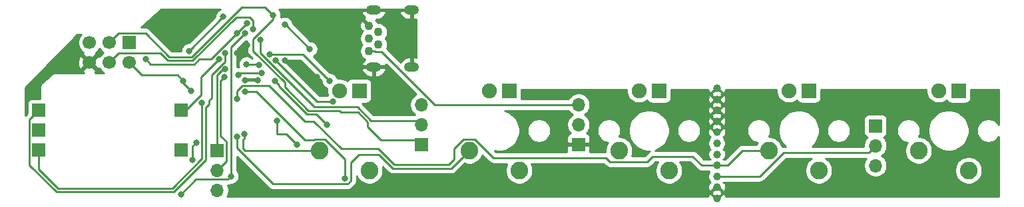
<source format=gbr>
%TF.GenerationSoftware,KiCad,Pcbnew,(5.1.6)-1*%
%TF.CreationDate,2021-04-28T13:43:36-05:00*%
%TF.ProjectId,Pikatea Macropad GB3,50696b61-7465-4612-904d-6163726f7061,rev?*%
%TF.SameCoordinates,Original*%
%TF.FileFunction,Copper,L2,Bot*%
%TF.FilePolarity,Positive*%
%FSLAX46Y46*%
G04 Gerber Fmt 4.6, Leading zero omitted, Abs format (unit mm)*
G04 Created by KiCad (PCBNEW (5.1.6)-1) date 2021-04-28 13:43:36*
%MOMM*%
%LPD*%
G01*
G04 APERTURE LIST*
%TA.AperFunction,ComponentPad*%
%ADD10C,1.700000*%
%TD*%
%TA.AperFunction,ComponentPad*%
%ADD11R,1.700000X1.700000*%
%TD*%
%TA.AperFunction,ComponentPad*%
%ADD12O,1.700000X1.700000*%
%TD*%
%TA.AperFunction,ComponentPad*%
%ADD13C,1.000000*%
%TD*%
%TA.AperFunction,ComponentPad*%
%ADD14R,1.905000X1.905000*%
%TD*%
%TA.AperFunction,ComponentPad*%
%ADD15C,1.905000*%
%TD*%
%TA.AperFunction,ComponentPad*%
%ADD16C,2.250000*%
%TD*%
%TA.AperFunction,ComponentPad*%
%ADD17O,1.900000X1.200000*%
%TD*%
%TA.AperFunction,ComponentPad*%
%ADD18C,1.100000*%
%TD*%
%TA.AperFunction,ViaPad*%
%ADD19C,0.800000*%
%TD*%
%TA.AperFunction,Conductor*%
%ADD20C,0.250000*%
%TD*%
%TA.AperFunction,Conductor*%
%ADD21C,0.254000*%
%TD*%
G04 APERTURE END LIST*
D10*
%TO.P,J1,6*%
%TO.N,GND*%
X97810000Y-96240000D03*
%TO.P,J1,5*%
%TO.N,/RESET*%
X97810000Y-93700000D03*
%TO.P,J1,4*%
%TO.N,/MOSI*%
X100350000Y-96240000D03*
%TO.P,J1,3*%
%TO.N,/SCK*%
X100350000Y-93700000D03*
%TO.P,J1,2*%
%TO.N,VBUS*%
X102890000Y-96240000D03*
D11*
%TO.P,J1,1*%
%TO.N,/MISO*%
X102890000Y-93700000D03*
%TD*%
D12*
%TO.P,J7,3*%
%TO.N,VBUS*%
X160000000Y-101620000D03*
%TO.P,J7,2*%
%TO.N,/MISO*%
X160000000Y-104160000D03*
D11*
%TO.P,J7,1*%
%TO.N,GND*%
X160000000Y-106700000D03*
%TD*%
D12*
%TO.P,J3,3*%
%TO.N,/CS*%
X140000000Y-101620000D03*
%TO.P,J3,2*%
%TO.N,/MOSI*%
X140000000Y-104160000D03*
D11*
%TO.P,J3,1*%
%TO.N,/SCK*%
X140000000Y-106700000D03*
%TD*%
D13*
%TO.P,J6,1*%
%TO.N,GND*%
X177580000Y-113550000D03*
X177580000Y-112150000D03*
%TO.P,J6,3*%
%TO.N,/D6*%
X177580000Y-110750000D03*
%TO.P,J6,2*%
%TO.N,/D8*%
X177580000Y-109350000D03*
%TO.P,J6,1*%
%TO.N,GND*%
X177580000Y-107950000D03*
X177580000Y-103750000D03*
X177580000Y-105150000D03*
%TO.P,J6,4*%
%TO.N,/A0*%
X177580000Y-106550000D03*
%TO.P,J6,1*%
%TO.N,GND*%
X177580000Y-102350000D03*
X177580000Y-100950000D03*
X177580000Y-99550000D03*
%TD*%
D14*
%TO.P,MX5,4*%
%TO.N,Net-(MX1-Pad4)*%
X208320000Y-99840000D03*
D15*
%TO.P,MX5,3*%
%TO.N,Net-(MX5-Pad3)*%
X205780000Y-99840000D03*
D16*
%TO.P,MX5,1*%
%TO.N,/D6*%
X203240000Y-107460000D03*
%TO.P,MX5,2*%
%TO.N,/A0*%
X209590000Y-110000000D03*
%TD*%
D14*
%TO.P,MX4,4*%
%TO.N,Net-(MX1-Pad4)*%
X189270000Y-99840000D03*
D15*
%TO.P,MX4,3*%
%TO.N,Net-(MX4-Pad3)*%
X186730000Y-99840000D03*
D16*
%TO.P,MX4,1*%
%TO.N,/D8*%
X184190000Y-107460000D03*
%TO.P,MX4,2*%
%TO.N,/A0*%
X190540000Y-110000000D03*
%TD*%
D14*
%TO.P,MX3,4*%
%TO.N,Net-(MX1-Pad4)*%
X170220000Y-99840000D03*
D15*
%TO.P,MX3,3*%
%TO.N,Net-(MX3-Pad3)*%
X167680000Y-99840000D03*
D16*
%TO.P,MX3,1*%
%TO.N,/D7*%
X165140000Y-107460000D03*
%TO.P,MX3,2*%
%TO.N,/A0*%
X171490000Y-110000000D03*
%TD*%
D14*
%TO.P,MX2,4*%
%TO.N,Net-(MX1-Pad4)*%
X151170000Y-99840000D03*
D15*
%TO.P,MX2,3*%
%TO.N,Net-(MX2-Pad3)*%
X148630000Y-99840000D03*
D16*
%TO.P,MX2,1*%
%TO.N,/D9*%
X146090000Y-107460000D03*
%TO.P,MX2,2*%
%TO.N,/A0*%
X152440000Y-110000000D03*
%TD*%
D14*
%TO.P,MX1,4*%
%TO.N,Net-(MX1-Pad4)*%
X132120000Y-99840000D03*
D15*
%TO.P,MX1,3*%
%TO.N,Net-(MX1-Pad3)*%
X129580000Y-99840000D03*
D16*
%TO.P,MX1,1*%
%TO.N,/D5*%
X127040000Y-107460000D03*
%TO.P,MX1,2*%
%TO.N,/A0*%
X133390000Y-110000000D03*
%TD*%
D17*
%TO.P,J2,6*%
%TO.N,GND*%
X133960000Y-89510000D03*
X133960000Y-96810000D03*
D18*
%TO.P,J2,1*%
%TO.N,VBUS*%
X133360000Y-94760000D03*
%TO.P,J2,2*%
%TO.N,/D-*%
X134560000Y-93960000D03*
%TO.P,J2,3*%
%TO.N,/D+*%
X133360000Y-93160000D03*
%TO.P,J2,4*%
%TO.N,Net-(J2-Pad4)*%
X134560000Y-92360000D03*
%TO.P,J2,5*%
%TO.N,GND*%
X133360000Y-91560000D03*
D17*
%TO.P,J2,6*%
X138780000Y-96810000D03*
X138780000Y-89510000D03*
%TD*%
D12*
%TO.P,J4,3*%
%TO.N,/A0*%
X114046000Y-112522000D03*
%TO.P,J4,2*%
%TO.N,/D1*%
X114046000Y-109982000D03*
D11*
%TO.P,J4,1*%
%TO.N,/D0*%
X114046000Y-107442000D03*
%TD*%
D12*
%TO.P,J5,3*%
%TO.N,/A0*%
X197760000Y-109390000D03*
%TO.P,J5,2*%
%TO.N,/D6*%
X197760000Y-106850000D03*
D11*
%TO.P,J5,1*%
%TO.N,/D8*%
X197760000Y-104310000D03*
%TD*%
%TO.P,SW2,S1*%
%TO.N,/D2*%
X109450000Y-102360000D03*
%TO.P,SW2,S2*%
%TO.N,/A0*%
X109450000Y-107440000D03*
%TO.P,SW2,C*%
%TO.N,GND*%
X91350000Y-104900000D03*
%TO.P,SW2,B*%
%TO.N,/D3*%
X91350000Y-102360000D03*
%TO.P,SW2,A*%
%TO.N,/D4*%
X91350000Y-107440000D03*
%TD*%
D19*
%TO.N,GND*%
X127015990Y-91424010D03*
X125476000Y-89916000D03*
X110485347Y-92451347D03*
X110490000Y-90678000D03*
X126709000Y-98044000D03*
X125259000Y-97282000D03*
X117856000Y-93980000D03*
X116581347Y-95000653D03*
X117602000Y-98466619D03*
X119216592Y-98466619D03*
X122650000Y-96010000D03*
%TO.N,/MOSI*%
X118618000Y-91948000D03*
X119551391Y-93309915D03*
%TO.N,/RESET*%
X115824000Y-110744000D03*
X117617417Y-92471417D03*
X109430672Y-113073328D03*
%TO.N,/SCK*%
X121158000Y-90170000D03*
%TO.N,/MISO*%
X117866562Y-91196966D03*
X128778000Y-101186990D03*
X121480858Y-95943142D03*
X116596764Y-92466764D03*
X104970000Y-95820000D03*
%TO.N,/A0*%
X121666000Y-103632000D03*
X124206000Y-106680000D03*
%TO.N,/D9*%
X116549000Y-105664000D03*
%TO.N,/D6*%
X130302000Y-110998000D03*
X117602000Y-99916620D03*
%TO.N,/D5*%
X117502006Y-105361042D03*
%TO.N,/CS*%
X128330000Y-98552000D03*
X120718858Y-95181142D03*
%TO.N,/D4*%
X112120174Y-101363615D03*
%TO.N,/D3*%
X115022524Y-95066309D03*
%TO.N,/D2*%
X114315417Y-95773417D03*
%TO.N,/D8*%
X116586000Y-100838000D03*
%TO.N,VBUS*%
X114813056Y-90418944D03*
X110490000Y-94742000D03*
X125842768Y-94505839D03*
X122645315Y-91403315D03*
X109728000Y-98552000D03*
X110711805Y-99832686D03*
X110927841Y-108641841D03*
X111395174Y-106426000D03*
%TO.N,/D7*%
X128016000Y-104140000D03*
X121416620Y-98565926D03*
%TO.N,/D1*%
X119724840Y-97605406D03*
X114970000Y-98100000D03*
X116702382Y-97831175D03*
%TO.N,/D0*%
X119390347Y-96539653D03*
X115080966Y-97106175D03*
X117766592Y-96450000D03*
%TD*%
D20*
%TO.N,GND*%
X127015990Y-91424010D02*
X126984010Y-91424010D01*
X126984010Y-91424010D02*
X125476000Y-89916000D01*
X110485347Y-92451347D02*
X110485347Y-90682653D01*
X110485347Y-90682653D02*
X110490000Y-90678000D01*
X126709000Y-98044000D02*
X126021000Y-98044000D01*
X126021000Y-98044000D02*
X125259000Y-97282000D01*
X117856000Y-93980000D02*
X117602000Y-93980000D01*
X117602000Y-93980000D02*
X116581347Y-95000653D01*
X117602000Y-98466619D02*
X119216592Y-98466619D01*
X123922000Y-97282000D02*
X125259000Y-97282000D01*
X122650000Y-96010000D02*
X123922000Y-97282000D01*
%TO.N,/MOSI*%
X118618000Y-90875402D02*
X118618000Y-91948000D01*
X107799991Y-96006401D02*
X110935011Y-96006401D01*
X100350000Y-96240000D02*
X101525001Y-95064999D01*
X101525001Y-95064999D02*
X106858589Y-95064999D01*
X106858589Y-95064999D02*
X107799991Y-96006401D01*
X118214563Y-90471965D02*
X118618000Y-90875402D01*
X116469447Y-90471965D02*
X118214563Y-90471965D01*
X110935011Y-96006401D02*
X116469447Y-90471965D01*
X139472000Y-103632000D02*
X140000000Y-104160000D01*
X119551391Y-93309915D02*
X119551391Y-95038981D01*
X126424400Y-101911990D02*
X131910374Y-101911990D01*
X133630384Y-103632000D02*
X139472000Y-103632000D01*
X131910374Y-101911990D02*
X133630384Y-103632000D01*
X119551391Y-95038981D02*
X126424400Y-101911990D01*
%TO.N,/RESET*%
X115824000Y-110744000D02*
X115410999Y-111157001D01*
X111346999Y-111157001D02*
X109430672Y-113073328D01*
X115410999Y-111157001D02*
X111346999Y-111157001D01*
X117617417Y-92471417D02*
X117617417Y-92519113D01*
X115824000Y-110178315D02*
X115824000Y-110744000D01*
X115823999Y-94312531D02*
X115824000Y-110178315D01*
X117617417Y-92519113D02*
X115823999Y-94312531D01*
%TO.N,/SCK*%
X101525001Y-92524999D02*
X100350000Y-93700000D01*
X121158000Y-90170000D02*
X120142000Y-89154000D01*
X118200116Y-89154000D02*
X117284000Y-89154000D01*
X120142000Y-89154000D02*
X118200116Y-89154000D01*
X117284000Y-89154000D02*
X117280010Y-89150010D01*
X117151002Y-89154000D02*
X110785002Y-95520000D01*
X117284000Y-89154000D02*
X117151002Y-89154000D01*
X110785002Y-95520000D02*
X107950000Y-95520000D01*
X104954999Y-92524999D02*
X104234999Y-92524999D01*
X107950000Y-95520000D02*
X104954999Y-92524999D01*
X104404999Y-92524999D02*
X104234999Y-92524999D01*
X104234999Y-92524999D02*
X101525001Y-92524999D01*
X139420001Y-106120001D02*
X140000000Y-106700000D01*
X134870001Y-106120001D02*
X139420001Y-106120001D01*
X125634212Y-102362000D02*
X129569802Y-102362000D01*
X118618000Y-93218000D02*
X118618000Y-94742000D01*
X121158000Y-90678000D02*
X118618000Y-93218000D01*
X133168901Y-104418901D02*
X134870001Y-106120001D01*
X121158000Y-90170000D02*
X121158000Y-90678000D01*
X129569802Y-102362000D02*
X129808901Y-102601099D01*
X131963073Y-102601099D02*
X133168901Y-103806927D01*
X129808901Y-102601099D02*
X131963073Y-102601099D01*
X133168901Y-103806927D02*
X133168901Y-104418901D01*
X122645001Y-99372789D02*
X125634212Y-102362000D01*
X122645001Y-98769001D02*
X122645001Y-99372789D01*
X118618000Y-94742000D02*
X122645001Y-98769001D01*
%TO.N,/MISO*%
X128778000Y-101186990D02*
X126724706Y-101186990D01*
X117866562Y-91196966D02*
X116596764Y-92466764D01*
X105606411Y-96456411D02*
X104970000Y-95820000D01*
X111757822Y-95820000D02*
X111121411Y-96456411D01*
X111121411Y-96456411D02*
X105606411Y-96456411D01*
X113243528Y-95820000D02*
X111757822Y-95820000D01*
X116596764Y-92466764D02*
X113243528Y-95820000D01*
X126724706Y-101186990D02*
X121480858Y-95943142D01*
%TO.N,/A0*%
X109970000Y-107460000D02*
X109950000Y-107440000D01*
X109470000Y-107460000D02*
X109450000Y-107440000D01*
X121666000Y-103632000D02*
X121666000Y-104232002D01*
X121666000Y-105324887D02*
X122850887Y-105324887D01*
X122850887Y-105324887D02*
X124206000Y-106680000D01*
X121666000Y-104232002D02*
X121666000Y-105324887D01*
%TO.N,/D9*%
X146090000Y-107460000D02*
X145600000Y-107950000D01*
X134620000Y-107950000D02*
X136398000Y-109728000D01*
X132080000Y-107950000D02*
X134620000Y-107950000D01*
X131027001Y-109002999D02*
X132080000Y-107950000D01*
X116549000Y-107151000D02*
X121121001Y-111723001D01*
X143822000Y-109728000D02*
X146090000Y-107460000D01*
X116549000Y-105664000D02*
X116549000Y-107151000D01*
X136398000Y-109728000D02*
X143822000Y-109728000D01*
X131027001Y-111346001D02*
X131027001Y-109002999D01*
X121121001Y-111723001D02*
X130650001Y-111723001D01*
X130650001Y-111723001D02*
X131027001Y-111346001D01*
%TO.N,/D6*%
X196910001Y-107699999D02*
X186096003Y-107699999D01*
X197760000Y-106850000D02*
X196910001Y-107699999D01*
X118990618Y-99916620D02*
X117602000Y-99916620D01*
X125193999Y-106120001D02*
X118990618Y-99916620D01*
X130302000Y-108575998D02*
X127736001Y-106009999D01*
X126456003Y-106009999D02*
X126346001Y-106120001D01*
X130302000Y-110998000D02*
X130302000Y-108575998D01*
X127736001Y-106009999D02*
X126456003Y-106009999D01*
X126346001Y-106120001D02*
X125193999Y-106120001D01*
X183046002Y-110750000D02*
X177580000Y-110750000D01*
X186096003Y-107699999D02*
X183046002Y-110750000D01*
%TO.N,/D5*%
X127040000Y-107460000D02*
X118636000Y-107460000D01*
X117502006Y-105926727D02*
X117348000Y-106080733D01*
X117502006Y-105361042D02*
X117502006Y-105926727D01*
X117348000Y-106080733D02*
X117348000Y-107188000D01*
X117348000Y-107188000D02*
X117620000Y-107460000D01*
X117620000Y-107460000D02*
X118636000Y-107460000D01*
%TO.N,/CS*%
X128330000Y-98552000D02*
X124959142Y-95181142D01*
X124959142Y-95181142D02*
X120718858Y-95181142D01*
%TO.N,/D4*%
X91350000Y-109844988D02*
X93773012Y-112268000D01*
X91350000Y-107440000D02*
X91350000Y-109844988D01*
X93773012Y-112268000D02*
X102108000Y-112268000D01*
X112120174Y-108474814D02*
X112120174Y-101363615D01*
X108326988Y-112268000D02*
X112120174Y-108474814D01*
X102108000Y-112268000D02*
X108326988Y-112268000D01*
%TO.N,/D3*%
X108513389Y-112718009D02*
X112570184Y-108661214D01*
X112570184Y-108661214D02*
X112570184Y-101986607D01*
X91350000Y-102360000D02*
X90174999Y-103535001D01*
X93586612Y-112718010D02*
X108513389Y-112718009D01*
X90174999Y-103535001D02*
X90174999Y-109306397D01*
X112570184Y-101986607D02*
X113030000Y-101526791D01*
X90174999Y-109306397D02*
X93586612Y-112718010D01*
X115040418Y-95084203D02*
X115022524Y-95066309D01*
X115040418Y-96121418D02*
X115040418Y-95084203D01*
X113371836Y-97790000D02*
X115040418Y-96121418D01*
X113030000Y-101092000D02*
X113030000Y-101526791D01*
X113371836Y-100750164D02*
X113030000Y-101092000D01*
X113371836Y-97790000D02*
X113371836Y-100750164D01*
%TO.N,/D2*%
X112014000Y-98074834D02*
X114315417Y-95773417D01*
X110041002Y-102360000D02*
X112014000Y-100387002D01*
X112014000Y-100387002D02*
X112014000Y-98074834D01*
X109450000Y-102360000D02*
X110041002Y-102360000D01*
%TO.N,/D8*%
X184190000Y-107460000D02*
X180830000Y-107460000D01*
X178940000Y-109350000D02*
X177580000Y-109350000D01*
X180830000Y-107460000D02*
X178940000Y-109350000D01*
X175644000Y-109350000D02*
X177580000Y-109350000D01*
X174498000Y-108204000D02*
X175644000Y-109350000D01*
X164028001Y-108910001D02*
X168716001Y-108910001D01*
X168716001Y-108910001D02*
X169422002Y-108204000D01*
X149151003Y-108375001D02*
X163493001Y-108375001D01*
X146786001Y-106009999D02*
X149151003Y-108375001D01*
X145393999Y-106009999D02*
X146786001Y-106009999D01*
X144165097Y-107238901D02*
X145393999Y-106009999D01*
X125193999Y-103719999D02*
X126346001Y-103719999D01*
X144165097Y-108564903D02*
X144165097Y-107238901D01*
X116586000Y-100838000D02*
X116586000Y-99859618D01*
X136526410Y-109220000D02*
X143510000Y-109220000D01*
X117253999Y-99191619D02*
X120665619Y-99191619D01*
X126346001Y-103719999D02*
X129864903Y-107238901D01*
X163493001Y-108375001D02*
X164028001Y-108910001D01*
X120665619Y-99191619D02*
X125193999Y-103719999D01*
X116586000Y-99859618D02*
X117253999Y-99191619D01*
X129864903Y-107238901D02*
X134545311Y-107238901D01*
X134545311Y-107238901D02*
X136526410Y-109220000D01*
X169422002Y-108204000D02*
X174498000Y-108204000D01*
X143510000Y-109220000D02*
X144165097Y-108564903D01*
%TO.N,VBUS*%
X114813056Y-90418944D02*
X110490000Y-94742000D01*
X122740244Y-91403315D02*
X122645315Y-91403315D01*
X125842768Y-94505839D02*
X122740244Y-91403315D01*
X109728000Y-98552000D02*
X109728000Y-98848881D01*
X109728000Y-98848881D02*
X110711805Y-99832686D01*
X110927841Y-108641841D02*
X110927841Y-106893333D01*
X110927841Y-106893333D02*
X111395174Y-106426000D01*
X133360000Y-94760000D02*
X134137817Y-94760000D01*
X104499990Y-97849990D02*
X109025990Y-97849990D01*
X109025990Y-97849990D02*
X109728000Y-98552000D01*
X102890000Y-96240000D02*
X104499990Y-97849990D01*
X134212818Y-94835001D02*
X134137817Y-94760000D01*
X134945001Y-94835001D02*
X134212818Y-94835001D01*
X141730000Y-101620000D02*
X134945001Y-94835001D01*
X160000000Y-101620000D02*
X141730000Y-101620000D01*
%TO.N,/D7*%
X125236901Y-102601099D02*
X121920000Y-99284198D01*
X126688010Y-102812010D02*
X128016000Y-104140000D01*
X125236901Y-102601099D02*
X125447812Y-102812010D01*
X125447812Y-102812010D02*
X126688010Y-102812010D01*
X121920000Y-99284198D02*
X121920000Y-99069306D01*
X121920000Y-99069306D02*
X121416620Y-98565926D01*
%TO.N,/D1*%
X115221001Y-106331999D02*
X114496010Y-105607008D01*
X114046000Y-109982000D02*
X115221001Y-108806999D01*
X115221001Y-108806999D02*
X115221001Y-106331999D01*
X114496010Y-105607008D02*
X114496010Y-98573990D01*
X114496010Y-98573990D02*
X114970000Y-98100000D01*
X119724840Y-97605406D02*
X116928151Y-97605406D01*
X116928151Y-97605406D02*
X116702382Y-97831175D01*
%TO.N,/D0*%
X114046000Y-107442000D02*
X114046000Y-97864000D01*
X114046000Y-97864000D02*
X114803825Y-97106175D01*
X114803825Y-97106175D02*
X115080966Y-97106175D01*
X119300694Y-96450000D02*
X119390347Y-96539653D01*
X117766592Y-96450000D02*
X119300694Y-96450000D01*
%TD*%
D21*
%TO.N,GND*%
G36*
X166092500Y-99683645D02*
G01*
X166092500Y-99996355D01*
X166153507Y-100303057D01*
X166273176Y-100591963D01*
X166446908Y-100851972D01*
X166668028Y-101073092D01*
X166928037Y-101246824D01*
X167216943Y-101366493D01*
X167523645Y-101427500D01*
X167836355Y-101427500D01*
X168143057Y-101366493D01*
X168431963Y-101246824D01*
X168691972Y-101073092D01*
X168695549Y-101069515D01*
X168736963Y-101146994D01*
X168816315Y-101243685D01*
X168913006Y-101323037D01*
X169023320Y-101382002D01*
X169143018Y-101418312D01*
X169267500Y-101430572D01*
X171172500Y-101430572D01*
X171296982Y-101418312D01*
X171416680Y-101382002D01*
X171526994Y-101323037D01*
X171623685Y-101243685D01*
X171703037Y-101146994D01*
X171762002Y-101036680D01*
X171763298Y-101032406D01*
X176442489Y-101032406D01*
X176480423Y-101252740D01*
X176560613Y-101461440D01*
X176588412Y-101513450D01*
X176801834Y-101548561D01*
X177400395Y-100950000D01*
X177759605Y-100950000D01*
X178358166Y-101548561D01*
X178571588Y-101513450D01*
X178662458Y-101309174D01*
X178711731Y-101091095D01*
X178717511Y-100867594D01*
X178679577Y-100647260D01*
X178599387Y-100438560D01*
X178571588Y-100386550D01*
X178358166Y-100351439D01*
X177759605Y-100950000D01*
X177400395Y-100950000D01*
X176801834Y-100351439D01*
X176588412Y-100386550D01*
X176497542Y-100590826D01*
X176448269Y-100808905D01*
X176442489Y-101032406D01*
X171763298Y-101032406D01*
X171798312Y-100916982D01*
X171810572Y-100792500D01*
X171810572Y-100171834D01*
X176981439Y-100171834D01*
X177059605Y-100250000D01*
X176981439Y-100328166D01*
X177016550Y-100541588D01*
X177220826Y-100632458D01*
X177438905Y-100681731D01*
X177492728Y-100683123D01*
X177580000Y-100770395D01*
X177662983Y-100687412D01*
X177882740Y-100649577D01*
X178091440Y-100569387D01*
X178143450Y-100541588D01*
X178178561Y-100328166D01*
X178100395Y-100250000D01*
X178178561Y-100171834D01*
X178143450Y-99958412D01*
X177939174Y-99867542D01*
X177721095Y-99818269D01*
X177667272Y-99816877D01*
X177580000Y-99729605D01*
X177497017Y-99812588D01*
X177277260Y-99850423D01*
X177068560Y-99930613D01*
X177016550Y-99958412D01*
X176981439Y-100171834D01*
X171810572Y-100171834D01*
X171810572Y-99660000D01*
X176447240Y-99660000D01*
X176480423Y-99852740D01*
X176560613Y-100061440D01*
X176588412Y-100113450D01*
X176801834Y-100148561D01*
X177290395Y-99660000D01*
X177869605Y-99660000D01*
X178358166Y-100148561D01*
X178571588Y-100113450D01*
X178662458Y-99909174D01*
X178711731Y-99691095D01*
X178712535Y-99660000D01*
X185147203Y-99660000D01*
X185142500Y-99683645D01*
X185142500Y-99996355D01*
X185203507Y-100303057D01*
X185323176Y-100591963D01*
X185496908Y-100851972D01*
X185718028Y-101073092D01*
X185978037Y-101246824D01*
X186266943Y-101366493D01*
X186573645Y-101427500D01*
X186886355Y-101427500D01*
X187193057Y-101366493D01*
X187481963Y-101246824D01*
X187741972Y-101073092D01*
X187745549Y-101069515D01*
X187786963Y-101146994D01*
X187866315Y-101243685D01*
X187963006Y-101323037D01*
X188073320Y-101382002D01*
X188193018Y-101418312D01*
X188317500Y-101430572D01*
X190222500Y-101430572D01*
X190346982Y-101418312D01*
X190466680Y-101382002D01*
X190576994Y-101323037D01*
X190673685Y-101243685D01*
X190753037Y-101146994D01*
X190812002Y-101036680D01*
X190848312Y-100916982D01*
X190860572Y-100792500D01*
X190860572Y-99660000D01*
X204197203Y-99660000D01*
X204192500Y-99683645D01*
X204192500Y-99996355D01*
X204253507Y-100303057D01*
X204373176Y-100591963D01*
X204546908Y-100851972D01*
X204768028Y-101073092D01*
X205028037Y-101246824D01*
X205316943Y-101366493D01*
X205623645Y-101427500D01*
X205936355Y-101427500D01*
X206243057Y-101366493D01*
X206531963Y-101246824D01*
X206791972Y-101073092D01*
X206795549Y-101069515D01*
X206836963Y-101146994D01*
X206916315Y-101243685D01*
X207013006Y-101323037D01*
X207123320Y-101382002D01*
X207243018Y-101418312D01*
X207367500Y-101430572D01*
X209272500Y-101430572D01*
X209396982Y-101418312D01*
X209516680Y-101382002D01*
X209626994Y-101323037D01*
X209723685Y-101243685D01*
X209803037Y-101146994D01*
X209862002Y-101036680D01*
X209898312Y-100916982D01*
X209910572Y-100792500D01*
X209910572Y-99660000D01*
X213440001Y-99660000D01*
X213440001Y-104162627D01*
X213302893Y-103957431D01*
X213092569Y-103747107D01*
X212845253Y-103581856D01*
X212570451Y-103468029D01*
X212278722Y-103410000D01*
X211981278Y-103410000D01*
X211689549Y-103468029D01*
X211414747Y-103581856D01*
X211167431Y-103747107D01*
X210957107Y-103957431D01*
X210791856Y-104204747D01*
X210678029Y-104479549D01*
X210620000Y-104771278D01*
X210620000Y-105068722D01*
X210678029Y-105360451D01*
X210791856Y-105635253D01*
X210957107Y-105882569D01*
X211167431Y-106092893D01*
X211414747Y-106258144D01*
X211689549Y-106371971D01*
X211981278Y-106430000D01*
X212278722Y-106430000D01*
X212570451Y-106371971D01*
X212845253Y-106258144D01*
X213092569Y-106092893D01*
X213302893Y-105882569D01*
X213440001Y-105677373D01*
X213440000Y-113340000D01*
X178695544Y-113340000D01*
X178679577Y-113247260D01*
X178599387Y-113038560D01*
X178571588Y-112986550D01*
X178358166Y-112951439D01*
X177969605Y-113340000D01*
X177610395Y-113340000D01*
X177662983Y-113287412D01*
X177882740Y-113249577D01*
X178091440Y-113169387D01*
X178143450Y-113141588D01*
X178178561Y-112928166D01*
X178100395Y-112850000D01*
X178178561Y-112771834D01*
X178143450Y-112558412D01*
X177939174Y-112467542D01*
X177721095Y-112418269D01*
X177667272Y-112416877D01*
X177580000Y-112329605D01*
X177497017Y-112412588D01*
X177277260Y-112450423D01*
X177068560Y-112530613D01*
X177016550Y-112558412D01*
X176981439Y-112771834D01*
X177059605Y-112850000D01*
X176981439Y-112928166D01*
X177016550Y-113141588D01*
X177220826Y-113232458D01*
X177438905Y-113281731D01*
X177492728Y-113283123D01*
X177549605Y-113340000D01*
X177190395Y-113340000D01*
X176801834Y-112951439D01*
X176588412Y-112986550D01*
X176497542Y-113190826D01*
X176463837Y-113340000D01*
X115285424Y-113340000D01*
X115361990Y-113225411D01*
X115473932Y-112955158D01*
X115531000Y-112668260D01*
X115531000Y-112375740D01*
X115473932Y-112088842D01*
X115403990Y-111919987D01*
X115410999Y-111920677D01*
X115448321Y-111917001D01*
X115448332Y-111917001D01*
X115559985Y-111906004D01*
X115703246Y-111862547D01*
X115835275Y-111791975D01*
X115851085Y-111779000D01*
X115925939Y-111779000D01*
X116125898Y-111739226D01*
X116314256Y-111661205D01*
X116483774Y-111547937D01*
X116627937Y-111403774D01*
X116741205Y-111234256D01*
X116819226Y-111045898D01*
X116859000Y-110845939D01*
X116859000Y-110642061D01*
X116819226Y-110442102D01*
X116741205Y-110253744D01*
X116627937Y-110084226D01*
X116584000Y-110040289D01*
X116584000Y-108260801D01*
X120557202Y-112234004D01*
X120581000Y-112263002D01*
X120696725Y-112357975D01*
X120828754Y-112428547D01*
X120972015Y-112472004D01*
X121083668Y-112483001D01*
X121083678Y-112483001D01*
X121121001Y-112486677D01*
X121158324Y-112483001D01*
X130612679Y-112483001D01*
X130650001Y-112486677D01*
X130687323Y-112483001D01*
X130687334Y-112483001D01*
X130798987Y-112472004D01*
X130942248Y-112428547D01*
X131074277Y-112357975D01*
X131190002Y-112263002D01*
X131213805Y-112233998D01*
X131537999Y-111909804D01*
X131567002Y-111886002D01*
X131661975Y-111770277D01*
X131732547Y-111638248D01*
X131776004Y-111494987D01*
X131787001Y-111383334D01*
X131787001Y-111383333D01*
X131790678Y-111346001D01*
X131787001Y-111308668D01*
X131787001Y-110729120D01*
X131830308Y-110833673D01*
X132022919Y-111121935D01*
X132268065Y-111367081D01*
X132556327Y-111559692D01*
X132876627Y-111692364D01*
X133216655Y-111760000D01*
X133563345Y-111760000D01*
X133903373Y-111692364D01*
X134223673Y-111559692D01*
X134511935Y-111367081D01*
X134757081Y-111121935D01*
X134949692Y-110833673D01*
X135082364Y-110513373D01*
X135150000Y-110173345D01*
X135150000Y-109826655D01*
X135082498Y-109487299D01*
X135834201Y-110239003D01*
X135857999Y-110268001D01*
X135973724Y-110362974D01*
X136105753Y-110433546D01*
X136249014Y-110477003D01*
X136360667Y-110488000D01*
X136360675Y-110488000D01*
X136398000Y-110491676D01*
X136435325Y-110488000D01*
X143784678Y-110488000D01*
X143822000Y-110491676D01*
X143859322Y-110488000D01*
X143859333Y-110488000D01*
X143970986Y-110477003D01*
X144114247Y-110433546D01*
X144246276Y-110362974D01*
X144362001Y-110268001D01*
X144385804Y-110238997D01*
X145502954Y-109121848D01*
X145576627Y-109152364D01*
X145916655Y-109220000D01*
X146263345Y-109220000D01*
X146603373Y-109152364D01*
X146923673Y-109019692D01*
X147211935Y-108827081D01*
X147457081Y-108581935D01*
X147649692Y-108293673D01*
X147750793Y-108049593D01*
X148587203Y-108886003D01*
X148611002Y-108915002D01*
X148640000Y-108938800D01*
X148726726Y-109009975D01*
X148831758Y-109066116D01*
X148858756Y-109080547D01*
X149002017Y-109124004D01*
X149113670Y-109135001D01*
X149113680Y-109135001D01*
X149151003Y-109138677D01*
X149188326Y-109135001D01*
X150901239Y-109135001D01*
X150880308Y-109166327D01*
X150747636Y-109486627D01*
X150680000Y-109826655D01*
X150680000Y-110173345D01*
X150747636Y-110513373D01*
X150880308Y-110833673D01*
X151072919Y-111121935D01*
X151318065Y-111367081D01*
X151606327Y-111559692D01*
X151926627Y-111692364D01*
X152266655Y-111760000D01*
X152613345Y-111760000D01*
X152953373Y-111692364D01*
X153273673Y-111559692D01*
X153561935Y-111367081D01*
X153807081Y-111121935D01*
X153999692Y-110833673D01*
X154132364Y-110513373D01*
X154200000Y-110173345D01*
X154200000Y-109826655D01*
X154132364Y-109486627D01*
X153999692Y-109166327D01*
X153978761Y-109135001D01*
X163178200Y-109135001D01*
X163464201Y-109421003D01*
X163488000Y-109450002D01*
X163603725Y-109544975D01*
X163735754Y-109615547D01*
X163879015Y-109659004D01*
X163990668Y-109670001D01*
X163990677Y-109670001D01*
X164028000Y-109673677D01*
X164065323Y-109670001D01*
X168678679Y-109670001D01*
X168716001Y-109673677D01*
X168753323Y-109670001D01*
X168753334Y-109670001D01*
X168864987Y-109659004D01*
X169008248Y-109615547D01*
X169140277Y-109544975D01*
X169256002Y-109450002D01*
X169279804Y-109420999D01*
X169736804Y-108964000D01*
X170065499Y-108964000D01*
X169930308Y-109166327D01*
X169797636Y-109486627D01*
X169730000Y-109826655D01*
X169730000Y-110173345D01*
X169797636Y-110513373D01*
X169930308Y-110833673D01*
X170122919Y-111121935D01*
X170368065Y-111367081D01*
X170656327Y-111559692D01*
X170976627Y-111692364D01*
X171316655Y-111760000D01*
X171663345Y-111760000D01*
X172003373Y-111692364D01*
X172323673Y-111559692D01*
X172611935Y-111367081D01*
X172857081Y-111121935D01*
X173049692Y-110833673D01*
X173182364Y-110513373D01*
X173250000Y-110173345D01*
X173250000Y-109826655D01*
X173182364Y-109486627D01*
X173049692Y-109166327D01*
X172914501Y-108964000D01*
X174183199Y-108964000D01*
X175080201Y-109861003D01*
X175103999Y-109890001D01*
X175219724Y-109984974D01*
X175351753Y-110055546D01*
X175495014Y-110099003D01*
X175606667Y-110110000D01*
X175606675Y-110110000D01*
X175644000Y-110113676D01*
X175681325Y-110110000D01*
X176642582Y-110110000D01*
X176574176Y-110212376D01*
X176488617Y-110418933D01*
X176445000Y-110638212D01*
X176445000Y-110861788D01*
X176488617Y-111081067D01*
X176574176Y-111287624D01*
X176698388Y-111473520D01*
X176779913Y-111555045D01*
X176588412Y-111586550D01*
X176497542Y-111790826D01*
X176448269Y-112008905D01*
X176442489Y-112232406D01*
X176480423Y-112452740D01*
X176560613Y-112661440D01*
X176588412Y-112713450D01*
X176801834Y-112748561D01*
X177400395Y-112150000D01*
X177386253Y-112135858D01*
X177565858Y-111956253D01*
X177580000Y-111970395D01*
X177594143Y-111956253D01*
X177773748Y-112135858D01*
X177759605Y-112150000D01*
X178358166Y-112748561D01*
X178571588Y-112713450D01*
X178662458Y-112509174D01*
X178711731Y-112291095D01*
X178717511Y-112067594D01*
X178679577Y-111847260D01*
X178599387Y-111638560D01*
X178571588Y-111586550D01*
X178380087Y-111555045D01*
X178425132Y-111510000D01*
X183008680Y-111510000D01*
X183046002Y-111513676D01*
X183083324Y-111510000D01*
X183083335Y-111510000D01*
X183194988Y-111499003D01*
X183338249Y-111455546D01*
X183470278Y-111384974D01*
X183586003Y-111290001D01*
X183609806Y-111260997D01*
X186410805Y-108459999D01*
X189676857Y-108459999D01*
X189418065Y-108632919D01*
X189172919Y-108878065D01*
X188980308Y-109166327D01*
X188847636Y-109486627D01*
X188780000Y-109826655D01*
X188780000Y-110173345D01*
X188847636Y-110513373D01*
X188980308Y-110833673D01*
X189172919Y-111121935D01*
X189418065Y-111367081D01*
X189706327Y-111559692D01*
X190026627Y-111692364D01*
X190366655Y-111760000D01*
X190713345Y-111760000D01*
X191053373Y-111692364D01*
X191373673Y-111559692D01*
X191661935Y-111367081D01*
X191907081Y-111121935D01*
X192099692Y-110833673D01*
X192232364Y-110513373D01*
X192300000Y-110173345D01*
X192300000Y-109826655D01*
X192232364Y-109486627D01*
X192099692Y-109166327D01*
X191907081Y-108878065D01*
X191661935Y-108632919D01*
X191403143Y-108459999D01*
X196595413Y-108459999D01*
X196444010Y-108686589D01*
X196332068Y-108956842D01*
X196275000Y-109243740D01*
X196275000Y-109536260D01*
X196332068Y-109823158D01*
X196444010Y-110093411D01*
X196606525Y-110336632D01*
X196813368Y-110543475D01*
X197056589Y-110705990D01*
X197326842Y-110817932D01*
X197613740Y-110875000D01*
X197906260Y-110875000D01*
X198193158Y-110817932D01*
X198463411Y-110705990D01*
X198706632Y-110543475D01*
X198913475Y-110336632D01*
X199075990Y-110093411D01*
X199186483Y-109826655D01*
X207830000Y-109826655D01*
X207830000Y-110173345D01*
X207897636Y-110513373D01*
X208030308Y-110833673D01*
X208222919Y-111121935D01*
X208468065Y-111367081D01*
X208756327Y-111559692D01*
X209076627Y-111692364D01*
X209416655Y-111760000D01*
X209763345Y-111760000D01*
X210103373Y-111692364D01*
X210423673Y-111559692D01*
X210711935Y-111367081D01*
X210957081Y-111121935D01*
X211149692Y-110833673D01*
X211282364Y-110513373D01*
X211350000Y-110173345D01*
X211350000Y-109826655D01*
X211282364Y-109486627D01*
X211149692Y-109166327D01*
X210957081Y-108878065D01*
X210711935Y-108632919D01*
X210423673Y-108440308D01*
X210103373Y-108307636D01*
X209763345Y-108240000D01*
X209416655Y-108240000D01*
X209076627Y-108307636D01*
X208756327Y-108440308D01*
X208468065Y-108632919D01*
X208222919Y-108878065D01*
X208030308Y-109166327D01*
X207897636Y-109486627D01*
X207830000Y-109826655D01*
X199186483Y-109826655D01*
X199187932Y-109823158D01*
X199245000Y-109536260D01*
X199245000Y-109243740D01*
X199187932Y-108956842D01*
X199075990Y-108686589D01*
X198913475Y-108443368D01*
X198706632Y-108236525D01*
X198532240Y-108120000D01*
X198706632Y-108003475D01*
X198913475Y-107796632D01*
X199075990Y-107553411D01*
X199187932Y-107283158D01*
X199245000Y-106996260D01*
X199245000Y-106703740D01*
X199187932Y-106416842D01*
X199075990Y-106146589D01*
X198913475Y-105903368D01*
X198781620Y-105771513D01*
X198854180Y-105749502D01*
X198964494Y-105690537D01*
X199061185Y-105611185D01*
X199140537Y-105514494D01*
X199199502Y-105404180D01*
X199235812Y-105284482D01*
X199248072Y-105160000D01*
X199248072Y-104771278D01*
X200460000Y-104771278D01*
X200460000Y-105068722D01*
X200518029Y-105360451D01*
X200631856Y-105635253D01*
X200797107Y-105882569D01*
X201007431Y-106092893D01*
X201254747Y-106258144D01*
X201529549Y-106371971D01*
X201812638Y-106428281D01*
X201680308Y-106626327D01*
X201547636Y-106946627D01*
X201480000Y-107286655D01*
X201480000Y-107633345D01*
X201547636Y-107973373D01*
X201680308Y-108293673D01*
X201872919Y-108581935D01*
X202118065Y-108827081D01*
X202406327Y-109019692D01*
X202726627Y-109152364D01*
X203066655Y-109220000D01*
X203413345Y-109220000D01*
X203753373Y-109152364D01*
X204073673Y-109019692D01*
X204361935Y-108827081D01*
X204607081Y-108581935D01*
X204799692Y-108293673D01*
X204932364Y-107973373D01*
X205000000Y-107633345D01*
X205000000Y-107286655D01*
X204932364Y-106946627D01*
X204799692Y-106626327D01*
X204607081Y-106338065D01*
X204361935Y-106092919D01*
X204073673Y-105900308D01*
X203753373Y-105767636D01*
X203413345Y-105700000D01*
X203264882Y-105700000D01*
X203308144Y-105635253D01*
X203421971Y-105360451D01*
X203480000Y-105068722D01*
X203480000Y-104771278D01*
X203458080Y-104661076D01*
X204421100Y-104661076D01*
X204421100Y-105178924D01*
X204522127Y-105686822D01*
X204720299Y-106165251D01*
X205008000Y-106595826D01*
X205374174Y-106962000D01*
X205804749Y-107249701D01*
X206283178Y-107447873D01*
X206791076Y-107548900D01*
X207308924Y-107548900D01*
X207816822Y-107447873D01*
X208295251Y-107249701D01*
X208725826Y-106962000D01*
X209092000Y-106595826D01*
X209379701Y-106165251D01*
X209577873Y-105686822D01*
X209678900Y-105178924D01*
X209678900Y-104661076D01*
X209577873Y-104153178D01*
X209379701Y-103674749D01*
X209092000Y-103244174D01*
X208725826Y-102878000D01*
X208295251Y-102590299D01*
X207816822Y-102392127D01*
X207308924Y-102291100D01*
X206791076Y-102291100D01*
X206283178Y-102392127D01*
X205804749Y-102590299D01*
X205374174Y-102878000D01*
X205008000Y-103244174D01*
X204720299Y-103674749D01*
X204522127Y-104153178D01*
X204421100Y-104661076D01*
X203458080Y-104661076D01*
X203421971Y-104479549D01*
X203308144Y-104204747D01*
X203142893Y-103957431D01*
X202932569Y-103747107D01*
X202685253Y-103581856D01*
X202410451Y-103468029D01*
X202118722Y-103410000D01*
X201821278Y-103410000D01*
X201529549Y-103468029D01*
X201254747Y-103581856D01*
X201007431Y-103747107D01*
X200797107Y-103957431D01*
X200631856Y-104204747D01*
X200518029Y-104479549D01*
X200460000Y-104771278D01*
X199248072Y-104771278D01*
X199248072Y-103460000D01*
X199235812Y-103335518D01*
X199199502Y-103215820D01*
X199140537Y-103105506D01*
X199061185Y-103008815D01*
X198964494Y-102929463D01*
X198854180Y-102870498D01*
X198734482Y-102834188D01*
X198610000Y-102821928D01*
X196910000Y-102821928D01*
X196785518Y-102834188D01*
X196665820Y-102870498D01*
X196555506Y-102929463D01*
X196458815Y-103008815D01*
X196379463Y-103105506D01*
X196320498Y-103215820D01*
X196284188Y-103335518D01*
X196271928Y-103460000D01*
X196271928Y-105160000D01*
X196284188Y-105284482D01*
X196320498Y-105404180D01*
X196379463Y-105514494D01*
X196458815Y-105611185D01*
X196555506Y-105690537D01*
X196665820Y-105749502D01*
X196738380Y-105771513D01*
X196606525Y-105903368D01*
X196444010Y-106146589D01*
X196332068Y-106416842D01*
X196275000Y-106703740D01*
X196275000Y-106939999D01*
X189697827Y-106939999D01*
X190042000Y-106595826D01*
X190329701Y-106165251D01*
X190527873Y-105686822D01*
X190628900Y-105178924D01*
X190628900Y-104771278D01*
X191570000Y-104771278D01*
X191570000Y-105068722D01*
X191628029Y-105360451D01*
X191741856Y-105635253D01*
X191907107Y-105882569D01*
X192117431Y-106092893D01*
X192364747Y-106258144D01*
X192639549Y-106371971D01*
X192931278Y-106430000D01*
X193228722Y-106430000D01*
X193520451Y-106371971D01*
X193795253Y-106258144D01*
X194042569Y-106092893D01*
X194252893Y-105882569D01*
X194418144Y-105635253D01*
X194531971Y-105360451D01*
X194590000Y-105068722D01*
X194590000Y-104771278D01*
X194531971Y-104479549D01*
X194418144Y-104204747D01*
X194252893Y-103957431D01*
X194042569Y-103747107D01*
X193795253Y-103581856D01*
X193520451Y-103468029D01*
X193228722Y-103410000D01*
X192931278Y-103410000D01*
X192639549Y-103468029D01*
X192364747Y-103581856D01*
X192117431Y-103747107D01*
X191907107Y-103957431D01*
X191741856Y-104204747D01*
X191628029Y-104479549D01*
X191570000Y-104771278D01*
X190628900Y-104771278D01*
X190628900Y-104661076D01*
X190527873Y-104153178D01*
X190329701Y-103674749D01*
X190042000Y-103244174D01*
X189675826Y-102878000D01*
X189245251Y-102590299D01*
X188766822Y-102392127D01*
X188258924Y-102291100D01*
X187741076Y-102291100D01*
X187233178Y-102392127D01*
X186754749Y-102590299D01*
X186324174Y-102878000D01*
X185958000Y-103244174D01*
X185670299Y-103674749D01*
X185472127Y-104153178D01*
X185371100Y-104661076D01*
X185371100Y-105178924D01*
X185472127Y-105686822D01*
X185670299Y-106165251D01*
X185958000Y-106595826D01*
X186302173Y-106939999D01*
X186133328Y-106939999D01*
X186096003Y-106936323D01*
X186058678Y-106939999D01*
X186058670Y-106939999D01*
X185947017Y-106950996D01*
X185886863Y-106969243D01*
X185882364Y-106946627D01*
X185749692Y-106626327D01*
X185557081Y-106338065D01*
X185311935Y-106092919D01*
X185023673Y-105900308D01*
X184703373Y-105767636D01*
X184363345Y-105700000D01*
X184214882Y-105700000D01*
X184258144Y-105635253D01*
X184371971Y-105360451D01*
X184430000Y-105068722D01*
X184430000Y-104771278D01*
X184371971Y-104479549D01*
X184258144Y-104204747D01*
X184092893Y-103957431D01*
X183882569Y-103747107D01*
X183635253Y-103581856D01*
X183360451Y-103468029D01*
X183068722Y-103410000D01*
X182771278Y-103410000D01*
X182479549Y-103468029D01*
X182204747Y-103581856D01*
X181957431Y-103747107D01*
X181747107Y-103957431D01*
X181581856Y-104204747D01*
X181468029Y-104479549D01*
X181410000Y-104771278D01*
X181410000Y-105068722D01*
X181468029Y-105360451D01*
X181581856Y-105635253D01*
X181747107Y-105882569D01*
X181957431Y-106092893D01*
X182204747Y-106258144D01*
X182479549Y-106371971D01*
X182762638Y-106428281D01*
X182630308Y-106626327D01*
X182599792Y-106700000D01*
X180867325Y-106700000D01*
X180830000Y-106696324D01*
X180792675Y-106700000D01*
X180792667Y-106700000D01*
X180681014Y-106710997D01*
X180537753Y-106754454D01*
X180405724Y-106825026D01*
X180289999Y-106919999D01*
X180266201Y-106948997D01*
X178625199Y-108590000D01*
X178425132Y-108590000D01*
X178380087Y-108544955D01*
X178571588Y-108513450D01*
X178662458Y-108309174D01*
X178711731Y-108091095D01*
X178717511Y-107867594D01*
X178679577Y-107647260D01*
X178599387Y-107438560D01*
X178571588Y-107386550D01*
X178380087Y-107355045D01*
X178461612Y-107273520D01*
X178585824Y-107087624D01*
X178671383Y-106881067D01*
X178715000Y-106661788D01*
X178715000Y-106438212D01*
X178671383Y-106218933D01*
X178585824Y-106012376D01*
X178461612Y-105826480D01*
X178380087Y-105744955D01*
X178571588Y-105713450D01*
X178662458Y-105509174D01*
X178711731Y-105291095D01*
X178717511Y-105067594D01*
X178679577Y-104847260D01*
X178599387Y-104638560D01*
X178571588Y-104586550D01*
X178358166Y-104551439D01*
X177759605Y-105150000D01*
X177773748Y-105164143D01*
X177594143Y-105343748D01*
X177580000Y-105329605D01*
X177565858Y-105343748D01*
X177386253Y-105164143D01*
X177400395Y-105150000D01*
X176801834Y-104551439D01*
X176588412Y-104586550D01*
X176497542Y-104790826D01*
X176448269Y-105008905D01*
X176442489Y-105232406D01*
X176480423Y-105452740D01*
X176560613Y-105661440D01*
X176588412Y-105713450D01*
X176779913Y-105744955D01*
X176698388Y-105826480D01*
X176574176Y-106012376D01*
X176488617Y-106218933D01*
X176445000Y-106438212D01*
X176445000Y-106661788D01*
X176488617Y-106881067D01*
X176574176Y-107087624D01*
X176698388Y-107273520D01*
X176779913Y-107355045D01*
X176588412Y-107386550D01*
X176497542Y-107590826D01*
X176448269Y-107808905D01*
X176442489Y-108032406D01*
X176480423Y-108252740D01*
X176560613Y-108461440D01*
X176588412Y-108513450D01*
X176779913Y-108544955D01*
X176734868Y-108590000D01*
X175958802Y-108590000D01*
X175061804Y-107693002D01*
X175038001Y-107663999D01*
X174922276Y-107569026D01*
X174790247Y-107498454D01*
X174646986Y-107454997D01*
X174535333Y-107444000D01*
X174535322Y-107444000D01*
X174498000Y-107440324D01*
X174460678Y-107444000D01*
X169726172Y-107444000D01*
X170195251Y-107249701D01*
X170625826Y-106962000D01*
X170992000Y-106595826D01*
X171279701Y-106165251D01*
X171477873Y-105686822D01*
X171578900Y-105178924D01*
X171578900Y-104771278D01*
X172520000Y-104771278D01*
X172520000Y-105068722D01*
X172578029Y-105360451D01*
X172691856Y-105635253D01*
X172857107Y-105882569D01*
X173067431Y-106092893D01*
X173314747Y-106258144D01*
X173589549Y-106371971D01*
X173881278Y-106430000D01*
X174178722Y-106430000D01*
X174470451Y-106371971D01*
X174745253Y-106258144D01*
X174992569Y-106092893D01*
X175202893Y-105882569D01*
X175368144Y-105635253D01*
X175481971Y-105360451D01*
X175540000Y-105068722D01*
X175540000Y-104771278D01*
X175481971Y-104479549D01*
X175437354Y-104371834D01*
X176981439Y-104371834D01*
X177059605Y-104450000D01*
X176981439Y-104528166D01*
X177016550Y-104741588D01*
X177220826Y-104832458D01*
X177438905Y-104881731D01*
X177492728Y-104883123D01*
X177580000Y-104970395D01*
X177662983Y-104887412D01*
X177882740Y-104849577D01*
X178091440Y-104769387D01*
X178143450Y-104741588D01*
X178178561Y-104528166D01*
X178100395Y-104450000D01*
X178178561Y-104371834D01*
X178143450Y-104158412D01*
X177939174Y-104067542D01*
X177721095Y-104018269D01*
X177667272Y-104016877D01*
X177580000Y-103929605D01*
X177497017Y-104012588D01*
X177277260Y-104050423D01*
X177068560Y-104130613D01*
X177016550Y-104158412D01*
X176981439Y-104371834D01*
X175437354Y-104371834D01*
X175368144Y-104204747D01*
X175202893Y-103957431D01*
X175077868Y-103832406D01*
X176442489Y-103832406D01*
X176480423Y-104052740D01*
X176560613Y-104261440D01*
X176588412Y-104313450D01*
X176801834Y-104348561D01*
X177400395Y-103750000D01*
X177759605Y-103750000D01*
X178358166Y-104348561D01*
X178571588Y-104313450D01*
X178662458Y-104109174D01*
X178711731Y-103891095D01*
X178717511Y-103667594D01*
X178679577Y-103447260D01*
X178599387Y-103238560D01*
X178571588Y-103186550D01*
X178358166Y-103151439D01*
X177759605Y-103750000D01*
X177400395Y-103750000D01*
X176801834Y-103151439D01*
X176588412Y-103186550D01*
X176497542Y-103390826D01*
X176448269Y-103608905D01*
X176442489Y-103832406D01*
X175077868Y-103832406D01*
X174992569Y-103747107D01*
X174745253Y-103581856D01*
X174470451Y-103468029D01*
X174178722Y-103410000D01*
X173881278Y-103410000D01*
X173589549Y-103468029D01*
X173314747Y-103581856D01*
X173067431Y-103747107D01*
X172857107Y-103957431D01*
X172691856Y-104204747D01*
X172578029Y-104479549D01*
X172520000Y-104771278D01*
X171578900Y-104771278D01*
X171578900Y-104661076D01*
X171477873Y-104153178D01*
X171279701Y-103674749D01*
X170992000Y-103244174D01*
X170719660Y-102971834D01*
X176981439Y-102971834D01*
X177059605Y-103050000D01*
X176981439Y-103128166D01*
X177016550Y-103341588D01*
X177220826Y-103432458D01*
X177438905Y-103481731D01*
X177492728Y-103483123D01*
X177580000Y-103570395D01*
X177662983Y-103487412D01*
X177882740Y-103449577D01*
X178091440Y-103369387D01*
X178143450Y-103341588D01*
X178178561Y-103128166D01*
X178100395Y-103050000D01*
X178178561Y-102971834D01*
X178143450Y-102758412D01*
X177939174Y-102667542D01*
X177721095Y-102618269D01*
X177667272Y-102616877D01*
X177580000Y-102529605D01*
X177497017Y-102612588D01*
X177277260Y-102650423D01*
X177068560Y-102730613D01*
X177016550Y-102758412D01*
X176981439Y-102971834D01*
X170719660Y-102971834D01*
X170625826Y-102878000D01*
X170195251Y-102590299D01*
X169814065Y-102432406D01*
X176442489Y-102432406D01*
X176480423Y-102652740D01*
X176560613Y-102861440D01*
X176588412Y-102913450D01*
X176801834Y-102948561D01*
X177400395Y-102350000D01*
X177759605Y-102350000D01*
X178358166Y-102948561D01*
X178571588Y-102913450D01*
X178662458Y-102709174D01*
X178711731Y-102491095D01*
X178717511Y-102267594D01*
X178679577Y-102047260D01*
X178599387Y-101838560D01*
X178571588Y-101786550D01*
X178358166Y-101751439D01*
X177759605Y-102350000D01*
X177400395Y-102350000D01*
X176801834Y-101751439D01*
X176588412Y-101786550D01*
X176497542Y-101990826D01*
X176448269Y-102208905D01*
X176442489Y-102432406D01*
X169814065Y-102432406D01*
X169716822Y-102392127D01*
X169208924Y-102291100D01*
X168691076Y-102291100D01*
X168183178Y-102392127D01*
X167704749Y-102590299D01*
X167274174Y-102878000D01*
X166908000Y-103244174D01*
X166620299Y-103674749D01*
X166422127Y-104153178D01*
X166321100Y-104661076D01*
X166321100Y-105178924D01*
X166422127Y-105686822D01*
X166620299Y-106165251D01*
X166908000Y-106595826D01*
X167274174Y-106962000D01*
X167704749Y-107249701D01*
X168183178Y-107447873D01*
X168691076Y-107548900D01*
X169035379Y-107548900D01*
X168997726Y-107569026D01*
X168882001Y-107663999D01*
X168858203Y-107692998D01*
X168401200Y-108150001D01*
X166759203Y-108150001D01*
X166832364Y-107973373D01*
X166900000Y-107633345D01*
X166900000Y-107286655D01*
X166832364Y-106946627D01*
X166699692Y-106626327D01*
X166507081Y-106338065D01*
X166261935Y-106092919D01*
X165973673Y-105900308D01*
X165653373Y-105767636D01*
X165313345Y-105700000D01*
X165164882Y-105700000D01*
X165208144Y-105635253D01*
X165321971Y-105360451D01*
X165380000Y-105068722D01*
X165380000Y-104771278D01*
X165321971Y-104479549D01*
X165208144Y-104204747D01*
X165042893Y-103957431D01*
X164832569Y-103747107D01*
X164585253Y-103581856D01*
X164310451Y-103468029D01*
X164018722Y-103410000D01*
X163721278Y-103410000D01*
X163429549Y-103468029D01*
X163154747Y-103581856D01*
X162907431Y-103747107D01*
X162697107Y-103957431D01*
X162531856Y-104204747D01*
X162418029Y-104479549D01*
X162360000Y-104771278D01*
X162360000Y-105068722D01*
X162418029Y-105360451D01*
X162531856Y-105635253D01*
X162697107Y-105882569D01*
X162907431Y-106092893D01*
X163154747Y-106258144D01*
X163429549Y-106371971D01*
X163712638Y-106428281D01*
X163580308Y-106626327D01*
X163447636Y-106946627D01*
X163380000Y-107286655D01*
X163380000Y-107615001D01*
X161481670Y-107615001D01*
X161488072Y-107550000D01*
X161485000Y-106985750D01*
X161326250Y-106827000D01*
X160127000Y-106827000D01*
X160127000Y-106847000D01*
X159873000Y-106847000D01*
X159873000Y-106827000D01*
X158673750Y-106827000D01*
X158515000Y-106985750D01*
X158511928Y-107550000D01*
X158518330Y-107615001D01*
X149465805Y-107615001D01*
X149339771Y-107488967D01*
X149641076Y-107548900D01*
X150158924Y-107548900D01*
X150666822Y-107447873D01*
X151145251Y-107249701D01*
X151575826Y-106962000D01*
X151942000Y-106595826D01*
X152229701Y-106165251D01*
X152427873Y-105686822D01*
X152528900Y-105178924D01*
X152528900Y-104771278D01*
X153470000Y-104771278D01*
X153470000Y-105068722D01*
X153528029Y-105360451D01*
X153641856Y-105635253D01*
X153807107Y-105882569D01*
X154017431Y-106092893D01*
X154264747Y-106258144D01*
X154539549Y-106371971D01*
X154831278Y-106430000D01*
X155128722Y-106430000D01*
X155420451Y-106371971D01*
X155695253Y-106258144D01*
X155942569Y-106092893D01*
X156152893Y-105882569D01*
X156318144Y-105635253D01*
X156431971Y-105360451D01*
X156490000Y-105068722D01*
X156490000Y-104771278D01*
X156431971Y-104479549D01*
X156318144Y-104204747D01*
X156152893Y-103957431D01*
X155942569Y-103747107D01*
X155695253Y-103581856D01*
X155420451Y-103468029D01*
X155128722Y-103410000D01*
X154831278Y-103410000D01*
X154539549Y-103468029D01*
X154264747Y-103581856D01*
X154017431Y-103747107D01*
X153807107Y-103957431D01*
X153641856Y-104204747D01*
X153528029Y-104479549D01*
X153470000Y-104771278D01*
X152528900Y-104771278D01*
X152528900Y-104661076D01*
X152427873Y-104153178D01*
X152229701Y-103674749D01*
X151942000Y-103244174D01*
X151575826Y-102878000D01*
X151145251Y-102590299D01*
X150666822Y-102392127D01*
X150605855Y-102380000D01*
X158721822Y-102380000D01*
X158846525Y-102566632D01*
X159053368Y-102773475D01*
X159227760Y-102890000D01*
X159053368Y-103006525D01*
X158846525Y-103213368D01*
X158684010Y-103456589D01*
X158572068Y-103726842D01*
X158515000Y-104013740D01*
X158515000Y-104306260D01*
X158572068Y-104593158D01*
X158684010Y-104863411D01*
X158846525Y-105106632D01*
X158978380Y-105238487D01*
X158905820Y-105260498D01*
X158795506Y-105319463D01*
X158698815Y-105398815D01*
X158619463Y-105495506D01*
X158560498Y-105605820D01*
X158524188Y-105725518D01*
X158511928Y-105850000D01*
X158515000Y-106414250D01*
X158673750Y-106573000D01*
X159873000Y-106573000D01*
X159873000Y-106553000D01*
X160127000Y-106553000D01*
X160127000Y-106573000D01*
X161326250Y-106573000D01*
X161485000Y-106414250D01*
X161488072Y-105850000D01*
X161475812Y-105725518D01*
X161439502Y-105605820D01*
X161380537Y-105495506D01*
X161301185Y-105398815D01*
X161204494Y-105319463D01*
X161094180Y-105260498D01*
X161021620Y-105238487D01*
X161153475Y-105106632D01*
X161315990Y-104863411D01*
X161427932Y-104593158D01*
X161485000Y-104306260D01*
X161485000Y-104013740D01*
X161427932Y-103726842D01*
X161315990Y-103456589D01*
X161153475Y-103213368D01*
X160946632Y-103006525D01*
X160772240Y-102890000D01*
X160946632Y-102773475D01*
X161153475Y-102566632D01*
X161315990Y-102323411D01*
X161427932Y-102053158D01*
X161485000Y-101766260D01*
X161485000Y-101571834D01*
X176981439Y-101571834D01*
X177059605Y-101650000D01*
X176981439Y-101728166D01*
X177016550Y-101941588D01*
X177220826Y-102032458D01*
X177438905Y-102081731D01*
X177492728Y-102083123D01*
X177580000Y-102170395D01*
X177662983Y-102087412D01*
X177882740Y-102049577D01*
X178091440Y-101969387D01*
X178143450Y-101941588D01*
X178178561Y-101728166D01*
X178100395Y-101650000D01*
X178178561Y-101571834D01*
X178143450Y-101358412D01*
X177939174Y-101267542D01*
X177721095Y-101218269D01*
X177667272Y-101216877D01*
X177580000Y-101129605D01*
X177497017Y-101212588D01*
X177277260Y-101250423D01*
X177068560Y-101330613D01*
X177016550Y-101358412D01*
X176981439Y-101571834D01*
X161485000Y-101571834D01*
X161485000Y-101473740D01*
X161427932Y-101186842D01*
X161315990Y-100916589D01*
X161153475Y-100673368D01*
X160946632Y-100466525D01*
X160703411Y-100304010D01*
X160433158Y-100192068D01*
X160146260Y-100135000D01*
X159853740Y-100135000D01*
X159566842Y-100192068D01*
X159296589Y-100304010D01*
X159053368Y-100466525D01*
X158846525Y-100673368D01*
X158721822Y-100860000D01*
X152753924Y-100860000D01*
X152760572Y-100792500D01*
X152760572Y-99660000D01*
X166097203Y-99660000D01*
X166092500Y-99683645D01*
G37*
X166092500Y-99683645D02*
X166092500Y-99996355D01*
X166153507Y-100303057D01*
X166273176Y-100591963D01*
X166446908Y-100851972D01*
X166668028Y-101073092D01*
X166928037Y-101246824D01*
X167216943Y-101366493D01*
X167523645Y-101427500D01*
X167836355Y-101427500D01*
X168143057Y-101366493D01*
X168431963Y-101246824D01*
X168691972Y-101073092D01*
X168695549Y-101069515D01*
X168736963Y-101146994D01*
X168816315Y-101243685D01*
X168913006Y-101323037D01*
X169023320Y-101382002D01*
X169143018Y-101418312D01*
X169267500Y-101430572D01*
X171172500Y-101430572D01*
X171296982Y-101418312D01*
X171416680Y-101382002D01*
X171526994Y-101323037D01*
X171623685Y-101243685D01*
X171703037Y-101146994D01*
X171762002Y-101036680D01*
X171763298Y-101032406D01*
X176442489Y-101032406D01*
X176480423Y-101252740D01*
X176560613Y-101461440D01*
X176588412Y-101513450D01*
X176801834Y-101548561D01*
X177400395Y-100950000D01*
X177759605Y-100950000D01*
X178358166Y-101548561D01*
X178571588Y-101513450D01*
X178662458Y-101309174D01*
X178711731Y-101091095D01*
X178717511Y-100867594D01*
X178679577Y-100647260D01*
X178599387Y-100438560D01*
X178571588Y-100386550D01*
X178358166Y-100351439D01*
X177759605Y-100950000D01*
X177400395Y-100950000D01*
X176801834Y-100351439D01*
X176588412Y-100386550D01*
X176497542Y-100590826D01*
X176448269Y-100808905D01*
X176442489Y-101032406D01*
X171763298Y-101032406D01*
X171798312Y-100916982D01*
X171810572Y-100792500D01*
X171810572Y-100171834D01*
X176981439Y-100171834D01*
X177059605Y-100250000D01*
X176981439Y-100328166D01*
X177016550Y-100541588D01*
X177220826Y-100632458D01*
X177438905Y-100681731D01*
X177492728Y-100683123D01*
X177580000Y-100770395D01*
X177662983Y-100687412D01*
X177882740Y-100649577D01*
X178091440Y-100569387D01*
X178143450Y-100541588D01*
X178178561Y-100328166D01*
X178100395Y-100250000D01*
X178178561Y-100171834D01*
X178143450Y-99958412D01*
X177939174Y-99867542D01*
X177721095Y-99818269D01*
X177667272Y-99816877D01*
X177580000Y-99729605D01*
X177497017Y-99812588D01*
X177277260Y-99850423D01*
X177068560Y-99930613D01*
X177016550Y-99958412D01*
X176981439Y-100171834D01*
X171810572Y-100171834D01*
X171810572Y-99660000D01*
X176447240Y-99660000D01*
X176480423Y-99852740D01*
X176560613Y-100061440D01*
X176588412Y-100113450D01*
X176801834Y-100148561D01*
X177290395Y-99660000D01*
X177869605Y-99660000D01*
X178358166Y-100148561D01*
X178571588Y-100113450D01*
X178662458Y-99909174D01*
X178711731Y-99691095D01*
X178712535Y-99660000D01*
X185147203Y-99660000D01*
X185142500Y-99683645D01*
X185142500Y-99996355D01*
X185203507Y-100303057D01*
X185323176Y-100591963D01*
X185496908Y-100851972D01*
X185718028Y-101073092D01*
X185978037Y-101246824D01*
X186266943Y-101366493D01*
X186573645Y-101427500D01*
X186886355Y-101427500D01*
X187193057Y-101366493D01*
X187481963Y-101246824D01*
X187741972Y-101073092D01*
X187745549Y-101069515D01*
X187786963Y-101146994D01*
X187866315Y-101243685D01*
X187963006Y-101323037D01*
X188073320Y-101382002D01*
X188193018Y-101418312D01*
X188317500Y-101430572D01*
X190222500Y-101430572D01*
X190346982Y-101418312D01*
X190466680Y-101382002D01*
X190576994Y-101323037D01*
X190673685Y-101243685D01*
X190753037Y-101146994D01*
X190812002Y-101036680D01*
X190848312Y-100916982D01*
X190860572Y-100792500D01*
X190860572Y-99660000D01*
X204197203Y-99660000D01*
X204192500Y-99683645D01*
X204192500Y-99996355D01*
X204253507Y-100303057D01*
X204373176Y-100591963D01*
X204546908Y-100851972D01*
X204768028Y-101073092D01*
X205028037Y-101246824D01*
X205316943Y-101366493D01*
X205623645Y-101427500D01*
X205936355Y-101427500D01*
X206243057Y-101366493D01*
X206531963Y-101246824D01*
X206791972Y-101073092D01*
X206795549Y-101069515D01*
X206836963Y-101146994D01*
X206916315Y-101243685D01*
X207013006Y-101323037D01*
X207123320Y-101382002D01*
X207243018Y-101418312D01*
X207367500Y-101430572D01*
X209272500Y-101430572D01*
X209396982Y-101418312D01*
X209516680Y-101382002D01*
X209626994Y-101323037D01*
X209723685Y-101243685D01*
X209803037Y-101146994D01*
X209862002Y-101036680D01*
X209898312Y-100916982D01*
X209910572Y-100792500D01*
X209910572Y-99660000D01*
X213440001Y-99660000D01*
X213440001Y-104162627D01*
X213302893Y-103957431D01*
X213092569Y-103747107D01*
X212845253Y-103581856D01*
X212570451Y-103468029D01*
X212278722Y-103410000D01*
X211981278Y-103410000D01*
X211689549Y-103468029D01*
X211414747Y-103581856D01*
X211167431Y-103747107D01*
X210957107Y-103957431D01*
X210791856Y-104204747D01*
X210678029Y-104479549D01*
X210620000Y-104771278D01*
X210620000Y-105068722D01*
X210678029Y-105360451D01*
X210791856Y-105635253D01*
X210957107Y-105882569D01*
X211167431Y-106092893D01*
X211414747Y-106258144D01*
X211689549Y-106371971D01*
X211981278Y-106430000D01*
X212278722Y-106430000D01*
X212570451Y-106371971D01*
X212845253Y-106258144D01*
X213092569Y-106092893D01*
X213302893Y-105882569D01*
X213440001Y-105677373D01*
X213440000Y-113340000D01*
X178695544Y-113340000D01*
X178679577Y-113247260D01*
X178599387Y-113038560D01*
X178571588Y-112986550D01*
X178358166Y-112951439D01*
X177969605Y-113340000D01*
X177610395Y-113340000D01*
X177662983Y-113287412D01*
X177882740Y-113249577D01*
X178091440Y-113169387D01*
X178143450Y-113141588D01*
X178178561Y-112928166D01*
X178100395Y-112850000D01*
X178178561Y-112771834D01*
X178143450Y-112558412D01*
X177939174Y-112467542D01*
X177721095Y-112418269D01*
X177667272Y-112416877D01*
X177580000Y-112329605D01*
X177497017Y-112412588D01*
X177277260Y-112450423D01*
X177068560Y-112530613D01*
X177016550Y-112558412D01*
X176981439Y-112771834D01*
X177059605Y-112850000D01*
X176981439Y-112928166D01*
X177016550Y-113141588D01*
X177220826Y-113232458D01*
X177438905Y-113281731D01*
X177492728Y-113283123D01*
X177549605Y-113340000D01*
X177190395Y-113340000D01*
X176801834Y-112951439D01*
X176588412Y-112986550D01*
X176497542Y-113190826D01*
X176463837Y-113340000D01*
X115285424Y-113340000D01*
X115361990Y-113225411D01*
X115473932Y-112955158D01*
X115531000Y-112668260D01*
X115531000Y-112375740D01*
X115473932Y-112088842D01*
X115403990Y-111919987D01*
X115410999Y-111920677D01*
X115448321Y-111917001D01*
X115448332Y-111917001D01*
X115559985Y-111906004D01*
X115703246Y-111862547D01*
X115835275Y-111791975D01*
X115851085Y-111779000D01*
X115925939Y-111779000D01*
X116125898Y-111739226D01*
X116314256Y-111661205D01*
X116483774Y-111547937D01*
X116627937Y-111403774D01*
X116741205Y-111234256D01*
X116819226Y-111045898D01*
X116859000Y-110845939D01*
X116859000Y-110642061D01*
X116819226Y-110442102D01*
X116741205Y-110253744D01*
X116627937Y-110084226D01*
X116584000Y-110040289D01*
X116584000Y-108260801D01*
X120557202Y-112234004D01*
X120581000Y-112263002D01*
X120696725Y-112357975D01*
X120828754Y-112428547D01*
X120972015Y-112472004D01*
X121083668Y-112483001D01*
X121083678Y-112483001D01*
X121121001Y-112486677D01*
X121158324Y-112483001D01*
X130612679Y-112483001D01*
X130650001Y-112486677D01*
X130687323Y-112483001D01*
X130687334Y-112483001D01*
X130798987Y-112472004D01*
X130942248Y-112428547D01*
X131074277Y-112357975D01*
X131190002Y-112263002D01*
X131213805Y-112233998D01*
X131537999Y-111909804D01*
X131567002Y-111886002D01*
X131661975Y-111770277D01*
X131732547Y-111638248D01*
X131776004Y-111494987D01*
X131787001Y-111383334D01*
X131787001Y-111383333D01*
X131790678Y-111346001D01*
X131787001Y-111308668D01*
X131787001Y-110729120D01*
X131830308Y-110833673D01*
X132022919Y-111121935D01*
X132268065Y-111367081D01*
X132556327Y-111559692D01*
X132876627Y-111692364D01*
X133216655Y-111760000D01*
X133563345Y-111760000D01*
X133903373Y-111692364D01*
X134223673Y-111559692D01*
X134511935Y-111367081D01*
X134757081Y-111121935D01*
X134949692Y-110833673D01*
X135082364Y-110513373D01*
X135150000Y-110173345D01*
X135150000Y-109826655D01*
X135082498Y-109487299D01*
X135834201Y-110239003D01*
X135857999Y-110268001D01*
X135973724Y-110362974D01*
X136105753Y-110433546D01*
X136249014Y-110477003D01*
X136360667Y-110488000D01*
X136360675Y-110488000D01*
X136398000Y-110491676D01*
X136435325Y-110488000D01*
X143784678Y-110488000D01*
X143822000Y-110491676D01*
X143859322Y-110488000D01*
X143859333Y-110488000D01*
X143970986Y-110477003D01*
X144114247Y-110433546D01*
X144246276Y-110362974D01*
X144362001Y-110268001D01*
X144385804Y-110238997D01*
X145502954Y-109121848D01*
X145576627Y-109152364D01*
X145916655Y-109220000D01*
X146263345Y-109220000D01*
X146603373Y-109152364D01*
X146923673Y-109019692D01*
X147211935Y-108827081D01*
X147457081Y-108581935D01*
X147649692Y-108293673D01*
X147750793Y-108049593D01*
X148587203Y-108886003D01*
X148611002Y-108915002D01*
X148640000Y-108938800D01*
X148726726Y-109009975D01*
X148831758Y-109066116D01*
X148858756Y-109080547D01*
X149002017Y-109124004D01*
X149113670Y-109135001D01*
X149113680Y-109135001D01*
X149151003Y-109138677D01*
X149188326Y-109135001D01*
X150901239Y-109135001D01*
X150880308Y-109166327D01*
X150747636Y-109486627D01*
X150680000Y-109826655D01*
X150680000Y-110173345D01*
X150747636Y-110513373D01*
X150880308Y-110833673D01*
X151072919Y-111121935D01*
X151318065Y-111367081D01*
X151606327Y-111559692D01*
X151926627Y-111692364D01*
X152266655Y-111760000D01*
X152613345Y-111760000D01*
X152953373Y-111692364D01*
X153273673Y-111559692D01*
X153561935Y-111367081D01*
X153807081Y-111121935D01*
X153999692Y-110833673D01*
X154132364Y-110513373D01*
X154200000Y-110173345D01*
X154200000Y-109826655D01*
X154132364Y-109486627D01*
X153999692Y-109166327D01*
X153978761Y-109135001D01*
X163178200Y-109135001D01*
X163464201Y-109421003D01*
X163488000Y-109450002D01*
X163603725Y-109544975D01*
X163735754Y-109615547D01*
X163879015Y-109659004D01*
X163990668Y-109670001D01*
X163990677Y-109670001D01*
X164028000Y-109673677D01*
X164065323Y-109670001D01*
X168678679Y-109670001D01*
X168716001Y-109673677D01*
X168753323Y-109670001D01*
X168753334Y-109670001D01*
X168864987Y-109659004D01*
X169008248Y-109615547D01*
X169140277Y-109544975D01*
X169256002Y-109450002D01*
X169279804Y-109420999D01*
X169736804Y-108964000D01*
X170065499Y-108964000D01*
X169930308Y-109166327D01*
X169797636Y-109486627D01*
X169730000Y-109826655D01*
X169730000Y-110173345D01*
X169797636Y-110513373D01*
X169930308Y-110833673D01*
X170122919Y-111121935D01*
X170368065Y-111367081D01*
X170656327Y-111559692D01*
X170976627Y-111692364D01*
X171316655Y-111760000D01*
X171663345Y-111760000D01*
X172003373Y-111692364D01*
X172323673Y-111559692D01*
X172611935Y-111367081D01*
X172857081Y-111121935D01*
X173049692Y-110833673D01*
X173182364Y-110513373D01*
X173250000Y-110173345D01*
X173250000Y-109826655D01*
X173182364Y-109486627D01*
X173049692Y-109166327D01*
X172914501Y-108964000D01*
X174183199Y-108964000D01*
X175080201Y-109861003D01*
X175103999Y-109890001D01*
X175219724Y-109984974D01*
X175351753Y-110055546D01*
X175495014Y-110099003D01*
X175606667Y-110110000D01*
X175606675Y-110110000D01*
X175644000Y-110113676D01*
X175681325Y-110110000D01*
X176642582Y-110110000D01*
X176574176Y-110212376D01*
X176488617Y-110418933D01*
X176445000Y-110638212D01*
X176445000Y-110861788D01*
X176488617Y-111081067D01*
X176574176Y-111287624D01*
X176698388Y-111473520D01*
X176779913Y-111555045D01*
X176588412Y-111586550D01*
X176497542Y-111790826D01*
X176448269Y-112008905D01*
X176442489Y-112232406D01*
X176480423Y-112452740D01*
X176560613Y-112661440D01*
X176588412Y-112713450D01*
X176801834Y-112748561D01*
X177400395Y-112150000D01*
X177386253Y-112135858D01*
X177565858Y-111956253D01*
X177580000Y-111970395D01*
X177594143Y-111956253D01*
X177773748Y-112135858D01*
X177759605Y-112150000D01*
X178358166Y-112748561D01*
X178571588Y-112713450D01*
X178662458Y-112509174D01*
X178711731Y-112291095D01*
X178717511Y-112067594D01*
X178679577Y-111847260D01*
X178599387Y-111638560D01*
X178571588Y-111586550D01*
X178380087Y-111555045D01*
X178425132Y-111510000D01*
X183008680Y-111510000D01*
X183046002Y-111513676D01*
X183083324Y-111510000D01*
X183083335Y-111510000D01*
X183194988Y-111499003D01*
X183338249Y-111455546D01*
X183470278Y-111384974D01*
X183586003Y-111290001D01*
X183609806Y-111260997D01*
X186410805Y-108459999D01*
X189676857Y-108459999D01*
X189418065Y-108632919D01*
X189172919Y-108878065D01*
X188980308Y-109166327D01*
X188847636Y-109486627D01*
X188780000Y-109826655D01*
X188780000Y-110173345D01*
X188847636Y-110513373D01*
X188980308Y-110833673D01*
X189172919Y-111121935D01*
X189418065Y-111367081D01*
X189706327Y-111559692D01*
X190026627Y-111692364D01*
X190366655Y-111760000D01*
X190713345Y-111760000D01*
X191053373Y-111692364D01*
X191373673Y-111559692D01*
X191661935Y-111367081D01*
X191907081Y-111121935D01*
X192099692Y-110833673D01*
X192232364Y-110513373D01*
X192300000Y-110173345D01*
X192300000Y-109826655D01*
X192232364Y-109486627D01*
X192099692Y-109166327D01*
X191907081Y-108878065D01*
X191661935Y-108632919D01*
X191403143Y-108459999D01*
X196595413Y-108459999D01*
X196444010Y-108686589D01*
X196332068Y-108956842D01*
X196275000Y-109243740D01*
X196275000Y-109536260D01*
X196332068Y-109823158D01*
X196444010Y-110093411D01*
X196606525Y-110336632D01*
X196813368Y-110543475D01*
X197056589Y-110705990D01*
X197326842Y-110817932D01*
X197613740Y-110875000D01*
X197906260Y-110875000D01*
X198193158Y-110817932D01*
X198463411Y-110705990D01*
X198706632Y-110543475D01*
X198913475Y-110336632D01*
X199075990Y-110093411D01*
X199186483Y-109826655D01*
X207830000Y-109826655D01*
X207830000Y-110173345D01*
X207897636Y-110513373D01*
X208030308Y-110833673D01*
X208222919Y-111121935D01*
X208468065Y-111367081D01*
X208756327Y-111559692D01*
X209076627Y-111692364D01*
X209416655Y-111760000D01*
X209763345Y-111760000D01*
X210103373Y-111692364D01*
X210423673Y-111559692D01*
X210711935Y-111367081D01*
X210957081Y-111121935D01*
X211149692Y-110833673D01*
X211282364Y-110513373D01*
X211350000Y-110173345D01*
X211350000Y-109826655D01*
X211282364Y-109486627D01*
X211149692Y-109166327D01*
X210957081Y-108878065D01*
X210711935Y-108632919D01*
X210423673Y-108440308D01*
X210103373Y-108307636D01*
X209763345Y-108240000D01*
X209416655Y-108240000D01*
X209076627Y-108307636D01*
X208756327Y-108440308D01*
X208468065Y-108632919D01*
X208222919Y-108878065D01*
X208030308Y-109166327D01*
X207897636Y-109486627D01*
X207830000Y-109826655D01*
X199186483Y-109826655D01*
X199187932Y-109823158D01*
X199245000Y-109536260D01*
X199245000Y-109243740D01*
X199187932Y-108956842D01*
X199075990Y-108686589D01*
X198913475Y-108443368D01*
X198706632Y-108236525D01*
X198532240Y-108120000D01*
X198706632Y-108003475D01*
X198913475Y-107796632D01*
X199075990Y-107553411D01*
X199187932Y-107283158D01*
X199245000Y-106996260D01*
X199245000Y-106703740D01*
X199187932Y-106416842D01*
X199075990Y-106146589D01*
X198913475Y-105903368D01*
X198781620Y-105771513D01*
X198854180Y-105749502D01*
X198964494Y-105690537D01*
X199061185Y-105611185D01*
X199140537Y-105514494D01*
X199199502Y-105404180D01*
X199235812Y-105284482D01*
X199248072Y-105160000D01*
X199248072Y-104771278D01*
X200460000Y-104771278D01*
X200460000Y-105068722D01*
X200518029Y-105360451D01*
X200631856Y-105635253D01*
X200797107Y-105882569D01*
X201007431Y-106092893D01*
X201254747Y-106258144D01*
X201529549Y-106371971D01*
X201812638Y-106428281D01*
X201680308Y-106626327D01*
X201547636Y-106946627D01*
X201480000Y-107286655D01*
X201480000Y-107633345D01*
X201547636Y-107973373D01*
X201680308Y-108293673D01*
X201872919Y-108581935D01*
X202118065Y-108827081D01*
X202406327Y-109019692D01*
X202726627Y-109152364D01*
X203066655Y-109220000D01*
X203413345Y-109220000D01*
X203753373Y-109152364D01*
X204073673Y-109019692D01*
X204361935Y-108827081D01*
X204607081Y-108581935D01*
X204799692Y-108293673D01*
X204932364Y-107973373D01*
X205000000Y-107633345D01*
X205000000Y-107286655D01*
X204932364Y-106946627D01*
X204799692Y-106626327D01*
X204607081Y-106338065D01*
X204361935Y-106092919D01*
X204073673Y-105900308D01*
X203753373Y-105767636D01*
X203413345Y-105700000D01*
X203264882Y-105700000D01*
X203308144Y-105635253D01*
X203421971Y-105360451D01*
X203480000Y-105068722D01*
X203480000Y-104771278D01*
X203458080Y-104661076D01*
X204421100Y-104661076D01*
X204421100Y-105178924D01*
X204522127Y-105686822D01*
X204720299Y-106165251D01*
X205008000Y-106595826D01*
X205374174Y-106962000D01*
X205804749Y-107249701D01*
X206283178Y-107447873D01*
X206791076Y-107548900D01*
X207308924Y-107548900D01*
X207816822Y-107447873D01*
X208295251Y-107249701D01*
X208725826Y-106962000D01*
X209092000Y-106595826D01*
X209379701Y-106165251D01*
X209577873Y-105686822D01*
X209678900Y-105178924D01*
X209678900Y-104661076D01*
X209577873Y-104153178D01*
X209379701Y-103674749D01*
X209092000Y-103244174D01*
X208725826Y-102878000D01*
X208295251Y-102590299D01*
X207816822Y-102392127D01*
X207308924Y-102291100D01*
X206791076Y-102291100D01*
X206283178Y-102392127D01*
X205804749Y-102590299D01*
X205374174Y-102878000D01*
X205008000Y-103244174D01*
X204720299Y-103674749D01*
X204522127Y-104153178D01*
X204421100Y-104661076D01*
X203458080Y-104661076D01*
X203421971Y-104479549D01*
X203308144Y-104204747D01*
X203142893Y-103957431D01*
X202932569Y-103747107D01*
X202685253Y-103581856D01*
X202410451Y-103468029D01*
X202118722Y-103410000D01*
X201821278Y-103410000D01*
X201529549Y-103468029D01*
X201254747Y-103581856D01*
X201007431Y-103747107D01*
X200797107Y-103957431D01*
X200631856Y-104204747D01*
X200518029Y-104479549D01*
X200460000Y-104771278D01*
X199248072Y-104771278D01*
X199248072Y-103460000D01*
X199235812Y-103335518D01*
X199199502Y-103215820D01*
X199140537Y-103105506D01*
X199061185Y-103008815D01*
X198964494Y-102929463D01*
X198854180Y-102870498D01*
X198734482Y-102834188D01*
X198610000Y-102821928D01*
X196910000Y-102821928D01*
X196785518Y-102834188D01*
X196665820Y-102870498D01*
X196555506Y-102929463D01*
X196458815Y-103008815D01*
X196379463Y-103105506D01*
X196320498Y-103215820D01*
X196284188Y-103335518D01*
X196271928Y-103460000D01*
X196271928Y-105160000D01*
X196284188Y-105284482D01*
X196320498Y-105404180D01*
X196379463Y-105514494D01*
X196458815Y-105611185D01*
X196555506Y-105690537D01*
X196665820Y-105749502D01*
X196738380Y-105771513D01*
X196606525Y-105903368D01*
X196444010Y-106146589D01*
X196332068Y-106416842D01*
X196275000Y-106703740D01*
X196275000Y-106939999D01*
X189697827Y-106939999D01*
X190042000Y-106595826D01*
X190329701Y-106165251D01*
X190527873Y-105686822D01*
X190628900Y-105178924D01*
X190628900Y-104771278D01*
X191570000Y-104771278D01*
X191570000Y-105068722D01*
X191628029Y-105360451D01*
X191741856Y-105635253D01*
X191907107Y-105882569D01*
X192117431Y-106092893D01*
X192364747Y-106258144D01*
X192639549Y-106371971D01*
X192931278Y-106430000D01*
X193228722Y-106430000D01*
X193520451Y-106371971D01*
X193795253Y-106258144D01*
X194042569Y-106092893D01*
X194252893Y-105882569D01*
X194418144Y-105635253D01*
X194531971Y-105360451D01*
X194590000Y-105068722D01*
X194590000Y-104771278D01*
X194531971Y-104479549D01*
X194418144Y-104204747D01*
X194252893Y-103957431D01*
X194042569Y-103747107D01*
X193795253Y-103581856D01*
X193520451Y-103468029D01*
X193228722Y-103410000D01*
X192931278Y-103410000D01*
X192639549Y-103468029D01*
X192364747Y-103581856D01*
X192117431Y-103747107D01*
X191907107Y-103957431D01*
X191741856Y-104204747D01*
X191628029Y-104479549D01*
X191570000Y-104771278D01*
X190628900Y-104771278D01*
X190628900Y-104661076D01*
X190527873Y-104153178D01*
X190329701Y-103674749D01*
X190042000Y-103244174D01*
X189675826Y-102878000D01*
X189245251Y-102590299D01*
X188766822Y-102392127D01*
X188258924Y-102291100D01*
X187741076Y-102291100D01*
X187233178Y-102392127D01*
X186754749Y-102590299D01*
X186324174Y-102878000D01*
X185958000Y-103244174D01*
X185670299Y-103674749D01*
X185472127Y-104153178D01*
X185371100Y-104661076D01*
X185371100Y-105178924D01*
X185472127Y-105686822D01*
X185670299Y-106165251D01*
X185958000Y-106595826D01*
X186302173Y-106939999D01*
X186133328Y-106939999D01*
X186096003Y-106936323D01*
X186058678Y-106939999D01*
X186058670Y-106939999D01*
X185947017Y-106950996D01*
X185886863Y-106969243D01*
X185882364Y-106946627D01*
X185749692Y-106626327D01*
X185557081Y-106338065D01*
X185311935Y-106092919D01*
X185023673Y-105900308D01*
X184703373Y-105767636D01*
X184363345Y-105700000D01*
X184214882Y-105700000D01*
X184258144Y-105635253D01*
X184371971Y-105360451D01*
X184430000Y-105068722D01*
X184430000Y-104771278D01*
X184371971Y-104479549D01*
X184258144Y-104204747D01*
X184092893Y-103957431D01*
X183882569Y-103747107D01*
X183635253Y-103581856D01*
X183360451Y-103468029D01*
X183068722Y-103410000D01*
X182771278Y-103410000D01*
X182479549Y-103468029D01*
X182204747Y-103581856D01*
X181957431Y-103747107D01*
X181747107Y-103957431D01*
X181581856Y-104204747D01*
X181468029Y-104479549D01*
X181410000Y-104771278D01*
X181410000Y-105068722D01*
X181468029Y-105360451D01*
X181581856Y-105635253D01*
X181747107Y-105882569D01*
X181957431Y-106092893D01*
X182204747Y-106258144D01*
X182479549Y-106371971D01*
X182762638Y-106428281D01*
X182630308Y-106626327D01*
X182599792Y-106700000D01*
X180867325Y-106700000D01*
X180830000Y-106696324D01*
X180792675Y-106700000D01*
X180792667Y-106700000D01*
X180681014Y-106710997D01*
X180537753Y-106754454D01*
X180405724Y-106825026D01*
X180289999Y-106919999D01*
X180266201Y-106948997D01*
X178625199Y-108590000D01*
X178425132Y-108590000D01*
X178380087Y-108544955D01*
X178571588Y-108513450D01*
X178662458Y-108309174D01*
X178711731Y-108091095D01*
X178717511Y-107867594D01*
X178679577Y-107647260D01*
X178599387Y-107438560D01*
X178571588Y-107386550D01*
X178380087Y-107355045D01*
X178461612Y-107273520D01*
X178585824Y-107087624D01*
X178671383Y-106881067D01*
X178715000Y-106661788D01*
X178715000Y-106438212D01*
X178671383Y-106218933D01*
X178585824Y-106012376D01*
X178461612Y-105826480D01*
X178380087Y-105744955D01*
X178571588Y-105713450D01*
X178662458Y-105509174D01*
X178711731Y-105291095D01*
X178717511Y-105067594D01*
X178679577Y-104847260D01*
X178599387Y-104638560D01*
X178571588Y-104586550D01*
X178358166Y-104551439D01*
X177759605Y-105150000D01*
X177773748Y-105164143D01*
X177594143Y-105343748D01*
X177580000Y-105329605D01*
X177565858Y-105343748D01*
X177386253Y-105164143D01*
X177400395Y-105150000D01*
X176801834Y-104551439D01*
X176588412Y-104586550D01*
X176497542Y-104790826D01*
X176448269Y-105008905D01*
X176442489Y-105232406D01*
X176480423Y-105452740D01*
X176560613Y-105661440D01*
X176588412Y-105713450D01*
X176779913Y-105744955D01*
X176698388Y-105826480D01*
X176574176Y-106012376D01*
X176488617Y-106218933D01*
X176445000Y-106438212D01*
X176445000Y-106661788D01*
X176488617Y-106881067D01*
X176574176Y-107087624D01*
X176698388Y-107273520D01*
X176779913Y-107355045D01*
X176588412Y-107386550D01*
X176497542Y-107590826D01*
X176448269Y-107808905D01*
X176442489Y-108032406D01*
X176480423Y-108252740D01*
X176560613Y-108461440D01*
X176588412Y-108513450D01*
X176779913Y-108544955D01*
X176734868Y-108590000D01*
X175958802Y-108590000D01*
X175061804Y-107693002D01*
X175038001Y-107663999D01*
X174922276Y-107569026D01*
X174790247Y-107498454D01*
X174646986Y-107454997D01*
X174535333Y-107444000D01*
X174535322Y-107444000D01*
X174498000Y-107440324D01*
X174460678Y-107444000D01*
X169726172Y-107444000D01*
X170195251Y-107249701D01*
X170625826Y-106962000D01*
X170992000Y-106595826D01*
X171279701Y-106165251D01*
X171477873Y-105686822D01*
X171578900Y-105178924D01*
X171578900Y-104771278D01*
X172520000Y-104771278D01*
X172520000Y-105068722D01*
X172578029Y-105360451D01*
X172691856Y-105635253D01*
X172857107Y-105882569D01*
X173067431Y-106092893D01*
X173314747Y-106258144D01*
X173589549Y-106371971D01*
X173881278Y-106430000D01*
X174178722Y-106430000D01*
X174470451Y-106371971D01*
X174745253Y-106258144D01*
X174992569Y-106092893D01*
X175202893Y-105882569D01*
X175368144Y-105635253D01*
X175481971Y-105360451D01*
X175540000Y-105068722D01*
X175540000Y-104771278D01*
X175481971Y-104479549D01*
X175437354Y-104371834D01*
X176981439Y-104371834D01*
X177059605Y-104450000D01*
X176981439Y-104528166D01*
X177016550Y-104741588D01*
X177220826Y-104832458D01*
X177438905Y-104881731D01*
X177492728Y-104883123D01*
X177580000Y-104970395D01*
X177662983Y-104887412D01*
X177882740Y-104849577D01*
X178091440Y-104769387D01*
X178143450Y-104741588D01*
X178178561Y-104528166D01*
X178100395Y-104450000D01*
X178178561Y-104371834D01*
X178143450Y-104158412D01*
X177939174Y-104067542D01*
X177721095Y-104018269D01*
X177667272Y-104016877D01*
X177580000Y-103929605D01*
X177497017Y-104012588D01*
X177277260Y-104050423D01*
X177068560Y-104130613D01*
X177016550Y-104158412D01*
X176981439Y-104371834D01*
X175437354Y-104371834D01*
X175368144Y-104204747D01*
X175202893Y-103957431D01*
X175077868Y-103832406D01*
X176442489Y-103832406D01*
X176480423Y-104052740D01*
X176560613Y-104261440D01*
X176588412Y-104313450D01*
X176801834Y-104348561D01*
X177400395Y-103750000D01*
X177759605Y-103750000D01*
X178358166Y-104348561D01*
X178571588Y-104313450D01*
X178662458Y-104109174D01*
X178711731Y-103891095D01*
X178717511Y-103667594D01*
X178679577Y-103447260D01*
X178599387Y-103238560D01*
X178571588Y-103186550D01*
X178358166Y-103151439D01*
X177759605Y-103750000D01*
X177400395Y-103750000D01*
X176801834Y-103151439D01*
X176588412Y-103186550D01*
X176497542Y-103390826D01*
X176448269Y-103608905D01*
X176442489Y-103832406D01*
X175077868Y-103832406D01*
X174992569Y-103747107D01*
X174745253Y-103581856D01*
X174470451Y-103468029D01*
X174178722Y-103410000D01*
X173881278Y-103410000D01*
X173589549Y-103468029D01*
X173314747Y-103581856D01*
X173067431Y-103747107D01*
X172857107Y-103957431D01*
X172691856Y-104204747D01*
X172578029Y-104479549D01*
X172520000Y-104771278D01*
X171578900Y-104771278D01*
X171578900Y-104661076D01*
X171477873Y-104153178D01*
X171279701Y-103674749D01*
X170992000Y-103244174D01*
X170719660Y-102971834D01*
X176981439Y-102971834D01*
X177059605Y-103050000D01*
X176981439Y-103128166D01*
X177016550Y-103341588D01*
X177220826Y-103432458D01*
X177438905Y-103481731D01*
X177492728Y-103483123D01*
X177580000Y-103570395D01*
X177662983Y-103487412D01*
X177882740Y-103449577D01*
X178091440Y-103369387D01*
X178143450Y-103341588D01*
X178178561Y-103128166D01*
X178100395Y-103050000D01*
X178178561Y-102971834D01*
X178143450Y-102758412D01*
X177939174Y-102667542D01*
X177721095Y-102618269D01*
X177667272Y-102616877D01*
X177580000Y-102529605D01*
X177497017Y-102612588D01*
X177277260Y-102650423D01*
X177068560Y-102730613D01*
X177016550Y-102758412D01*
X176981439Y-102971834D01*
X170719660Y-102971834D01*
X170625826Y-102878000D01*
X170195251Y-102590299D01*
X169814065Y-102432406D01*
X176442489Y-102432406D01*
X176480423Y-102652740D01*
X176560613Y-102861440D01*
X176588412Y-102913450D01*
X176801834Y-102948561D01*
X177400395Y-102350000D01*
X177759605Y-102350000D01*
X178358166Y-102948561D01*
X178571588Y-102913450D01*
X178662458Y-102709174D01*
X178711731Y-102491095D01*
X178717511Y-102267594D01*
X178679577Y-102047260D01*
X178599387Y-101838560D01*
X178571588Y-101786550D01*
X178358166Y-101751439D01*
X177759605Y-102350000D01*
X177400395Y-102350000D01*
X176801834Y-101751439D01*
X176588412Y-101786550D01*
X176497542Y-101990826D01*
X176448269Y-102208905D01*
X176442489Y-102432406D01*
X169814065Y-102432406D01*
X169716822Y-102392127D01*
X169208924Y-102291100D01*
X168691076Y-102291100D01*
X168183178Y-102392127D01*
X167704749Y-102590299D01*
X167274174Y-102878000D01*
X166908000Y-103244174D01*
X166620299Y-103674749D01*
X166422127Y-104153178D01*
X166321100Y-104661076D01*
X166321100Y-105178924D01*
X166422127Y-105686822D01*
X166620299Y-106165251D01*
X166908000Y-106595826D01*
X167274174Y-106962000D01*
X167704749Y-107249701D01*
X168183178Y-107447873D01*
X168691076Y-107548900D01*
X169035379Y-107548900D01*
X168997726Y-107569026D01*
X168882001Y-107663999D01*
X168858203Y-107692998D01*
X168401200Y-108150001D01*
X166759203Y-108150001D01*
X166832364Y-107973373D01*
X166900000Y-107633345D01*
X166900000Y-107286655D01*
X166832364Y-106946627D01*
X166699692Y-106626327D01*
X166507081Y-106338065D01*
X166261935Y-106092919D01*
X165973673Y-105900308D01*
X165653373Y-105767636D01*
X165313345Y-105700000D01*
X165164882Y-105700000D01*
X165208144Y-105635253D01*
X165321971Y-105360451D01*
X165380000Y-105068722D01*
X165380000Y-104771278D01*
X165321971Y-104479549D01*
X165208144Y-104204747D01*
X165042893Y-103957431D01*
X164832569Y-103747107D01*
X164585253Y-103581856D01*
X164310451Y-103468029D01*
X164018722Y-103410000D01*
X163721278Y-103410000D01*
X163429549Y-103468029D01*
X163154747Y-103581856D01*
X162907431Y-103747107D01*
X162697107Y-103957431D01*
X162531856Y-104204747D01*
X162418029Y-104479549D01*
X162360000Y-104771278D01*
X162360000Y-105068722D01*
X162418029Y-105360451D01*
X162531856Y-105635253D01*
X162697107Y-105882569D01*
X162907431Y-106092893D01*
X163154747Y-106258144D01*
X163429549Y-106371971D01*
X163712638Y-106428281D01*
X163580308Y-106626327D01*
X163447636Y-106946627D01*
X163380000Y-107286655D01*
X163380000Y-107615001D01*
X161481670Y-107615001D01*
X161488072Y-107550000D01*
X161485000Y-106985750D01*
X161326250Y-106827000D01*
X160127000Y-106827000D01*
X160127000Y-106847000D01*
X159873000Y-106847000D01*
X159873000Y-106827000D01*
X158673750Y-106827000D01*
X158515000Y-106985750D01*
X158511928Y-107550000D01*
X158518330Y-107615001D01*
X149465805Y-107615001D01*
X149339771Y-107488967D01*
X149641076Y-107548900D01*
X150158924Y-107548900D01*
X150666822Y-107447873D01*
X151145251Y-107249701D01*
X151575826Y-106962000D01*
X151942000Y-106595826D01*
X152229701Y-106165251D01*
X152427873Y-105686822D01*
X152528900Y-105178924D01*
X152528900Y-104771278D01*
X153470000Y-104771278D01*
X153470000Y-105068722D01*
X153528029Y-105360451D01*
X153641856Y-105635253D01*
X153807107Y-105882569D01*
X154017431Y-106092893D01*
X154264747Y-106258144D01*
X154539549Y-106371971D01*
X154831278Y-106430000D01*
X155128722Y-106430000D01*
X155420451Y-106371971D01*
X155695253Y-106258144D01*
X155942569Y-106092893D01*
X156152893Y-105882569D01*
X156318144Y-105635253D01*
X156431971Y-105360451D01*
X156490000Y-105068722D01*
X156490000Y-104771278D01*
X156431971Y-104479549D01*
X156318144Y-104204747D01*
X156152893Y-103957431D01*
X155942569Y-103747107D01*
X155695253Y-103581856D01*
X155420451Y-103468029D01*
X155128722Y-103410000D01*
X154831278Y-103410000D01*
X154539549Y-103468029D01*
X154264747Y-103581856D01*
X154017431Y-103747107D01*
X153807107Y-103957431D01*
X153641856Y-104204747D01*
X153528029Y-104479549D01*
X153470000Y-104771278D01*
X152528900Y-104771278D01*
X152528900Y-104661076D01*
X152427873Y-104153178D01*
X152229701Y-103674749D01*
X151942000Y-103244174D01*
X151575826Y-102878000D01*
X151145251Y-102590299D01*
X150666822Y-102392127D01*
X150605855Y-102380000D01*
X158721822Y-102380000D01*
X158846525Y-102566632D01*
X159053368Y-102773475D01*
X159227760Y-102890000D01*
X159053368Y-103006525D01*
X158846525Y-103213368D01*
X158684010Y-103456589D01*
X158572068Y-103726842D01*
X158515000Y-104013740D01*
X158515000Y-104306260D01*
X158572068Y-104593158D01*
X158684010Y-104863411D01*
X158846525Y-105106632D01*
X158978380Y-105238487D01*
X158905820Y-105260498D01*
X158795506Y-105319463D01*
X158698815Y-105398815D01*
X158619463Y-105495506D01*
X158560498Y-105605820D01*
X158524188Y-105725518D01*
X158511928Y-105850000D01*
X158515000Y-106414250D01*
X158673750Y-106573000D01*
X159873000Y-106573000D01*
X159873000Y-106553000D01*
X160127000Y-106553000D01*
X160127000Y-106573000D01*
X161326250Y-106573000D01*
X161485000Y-106414250D01*
X161488072Y-105850000D01*
X161475812Y-105725518D01*
X161439502Y-105605820D01*
X161380537Y-105495506D01*
X161301185Y-105398815D01*
X161204494Y-105319463D01*
X161094180Y-105260498D01*
X161021620Y-105238487D01*
X161153475Y-105106632D01*
X161315990Y-104863411D01*
X161427932Y-104593158D01*
X161485000Y-104306260D01*
X161485000Y-104013740D01*
X161427932Y-103726842D01*
X161315990Y-103456589D01*
X161153475Y-103213368D01*
X160946632Y-103006525D01*
X160772240Y-102890000D01*
X160946632Y-102773475D01*
X161153475Y-102566632D01*
X161315990Y-102323411D01*
X161427932Y-102053158D01*
X161485000Y-101766260D01*
X161485000Y-101571834D01*
X176981439Y-101571834D01*
X177059605Y-101650000D01*
X176981439Y-101728166D01*
X177016550Y-101941588D01*
X177220826Y-102032458D01*
X177438905Y-102081731D01*
X177492728Y-102083123D01*
X177580000Y-102170395D01*
X177662983Y-102087412D01*
X177882740Y-102049577D01*
X178091440Y-101969387D01*
X178143450Y-101941588D01*
X178178561Y-101728166D01*
X178100395Y-101650000D01*
X178178561Y-101571834D01*
X178143450Y-101358412D01*
X177939174Y-101267542D01*
X177721095Y-101218269D01*
X177667272Y-101216877D01*
X177580000Y-101129605D01*
X177497017Y-101212588D01*
X177277260Y-101250423D01*
X177068560Y-101330613D01*
X177016550Y-101358412D01*
X176981439Y-101571834D01*
X161485000Y-101571834D01*
X161485000Y-101473740D01*
X161427932Y-101186842D01*
X161315990Y-100916589D01*
X161153475Y-100673368D01*
X160946632Y-100466525D01*
X160703411Y-100304010D01*
X160433158Y-100192068D01*
X160146260Y-100135000D01*
X159853740Y-100135000D01*
X159566842Y-100192068D01*
X159296589Y-100304010D01*
X159053368Y-100466525D01*
X158846525Y-100673368D01*
X158721822Y-100860000D01*
X152753924Y-100860000D01*
X152760572Y-100792500D01*
X152760572Y-99660000D01*
X166097203Y-99660000D01*
X166092500Y-99683645D01*
G36*
X177773748Y-107935858D02*
G01*
X177759605Y-107950000D01*
X177773748Y-107964143D01*
X177594143Y-108143748D01*
X177580000Y-108129605D01*
X177565858Y-108143748D01*
X177386253Y-107964143D01*
X177400395Y-107950000D01*
X177386253Y-107935858D01*
X177565858Y-107756253D01*
X177580000Y-107770395D01*
X177594143Y-107756253D01*
X177773748Y-107935858D01*
G37*
X177773748Y-107935858D02*
X177759605Y-107950000D01*
X177773748Y-107964143D01*
X177594143Y-108143748D01*
X177580000Y-108129605D01*
X177565858Y-108143748D01*
X177386253Y-107964143D01*
X177400395Y-107950000D01*
X177386253Y-107935858D01*
X177565858Y-107756253D01*
X177580000Y-107770395D01*
X177594143Y-107756253D01*
X177773748Y-107935858D01*
G36*
X91477000Y-104773000D02*
G01*
X91497000Y-104773000D01*
X91497000Y-105027000D01*
X91477000Y-105027000D01*
X91477000Y-105047000D01*
X91223000Y-105047000D01*
X91223000Y-105027000D01*
X91203000Y-105027000D01*
X91203000Y-104773000D01*
X91223000Y-104773000D01*
X91223000Y-104753000D01*
X91477000Y-104753000D01*
X91477000Y-104773000D01*
G37*
X91477000Y-104773000D02*
X91497000Y-104773000D01*
X91497000Y-105027000D01*
X91477000Y-105027000D01*
X91477000Y-105047000D01*
X91223000Y-105047000D01*
X91223000Y-105027000D01*
X91203000Y-105027000D01*
X91203000Y-104773000D01*
X91223000Y-104773000D01*
X91223000Y-104753000D01*
X91477000Y-104753000D01*
X91477000Y-104773000D01*
G36*
X96656525Y-92753368D02*
G01*
X96494010Y-92996589D01*
X96382068Y-93266842D01*
X96325000Y-93553740D01*
X96325000Y-93846260D01*
X96382068Y-94133158D01*
X96494010Y-94403411D01*
X96656525Y-94646632D01*
X96863368Y-94853475D01*
X97036729Y-94969311D01*
X96961208Y-95211603D01*
X97810000Y-96060395D01*
X98658792Y-95211603D01*
X98583271Y-94969311D01*
X98756632Y-94853475D01*
X98963475Y-94646632D01*
X99080000Y-94472240D01*
X99196525Y-94646632D01*
X99403368Y-94853475D01*
X99577760Y-94970000D01*
X99403368Y-95086525D01*
X99196525Y-95293368D01*
X99080689Y-95466729D01*
X98838397Y-95391208D01*
X97989605Y-96240000D01*
X98838397Y-97088792D01*
X99080689Y-97013271D01*
X99196525Y-97186632D01*
X99403368Y-97393475D01*
X99622658Y-97540000D01*
X98539010Y-97540000D01*
X98581157Y-97517472D01*
X98658792Y-97268397D01*
X97810000Y-96419605D01*
X96961208Y-97268397D01*
X97038843Y-97517472D01*
X97086090Y-97540000D01*
X93526074Y-97540000D01*
X93515304Y-97538223D01*
X93461191Y-97540000D01*
X93439581Y-97540000D01*
X93428772Y-97541065D01*
X93385365Y-97542490D01*
X93364224Y-97547422D01*
X93342617Y-97549550D01*
X93301048Y-97562160D01*
X93258757Y-97572026D01*
X93238985Y-97580987D01*
X93218207Y-97587290D01*
X93179906Y-97607762D01*
X93140342Y-97625693D01*
X93122694Y-97638342D01*
X93103550Y-97648575D01*
X93069974Y-97676130D01*
X93061150Y-97682455D01*
X93044916Y-97696695D01*
X93003052Y-97731052D01*
X92996124Y-97739493D01*
X91774936Y-98810678D01*
X91733052Y-98845052D01*
X91705492Y-98878635D01*
X91675811Y-98910331D01*
X91664351Y-98928765D01*
X91650575Y-98945551D01*
X91630096Y-98983865D01*
X91607170Y-99020742D01*
X91599526Y-99041057D01*
X91589290Y-99060208D01*
X91576680Y-99101777D01*
X91561387Y-99142422D01*
X91557853Y-99163839D01*
X91551550Y-99184618D01*
X91547292Y-99227852D01*
X91540223Y-99270696D01*
X91542000Y-99324796D01*
X91542000Y-100871928D01*
X90500000Y-100871928D01*
X90375518Y-100884188D01*
X90255820Y-100920498D01*
X90145506Y-100979463D01*
X90048815Y-101058815D01*
X89969463Y-101155506D01*
X89910498Y-101265820D01*
X89874188Y-101385518D01*
X89861928Y-101510000D01*
X89861928Y-102773271D01*
X89664002Y-102971197D01*
X89660000Y-102974481D01*
X89660000Y-99468280D01*
X92737244Y-96308531D01*
X96319389Y-96308531D01*
X96361401Y-96598019D01*
X96459081Y-96873747D01*
X96532528Y-97011157D01*
X96781603Y-97088792D01*
X97630395Y-96240000D01*
X96781603Y-95391208D01*
X96532528Y-95468843D01*
X96406629Y-95732883D01*
X96334661Y-96016411D01*
X96319389Y-96308531D01*
X92737244Y-96308531D01*
X96290509Y-92660000D01*
X96749893Y-92660000D01*
X96656525Y-92753368D01*
G37*
X96656525Y-92753368D02*
X96494010Y-92996589D01*
X96382068Y-93266842D01*
X96325000Y-93553740D01*
X96325000Y-93846260D01*
X96382068Y-94133158D01*
X96494010Y-94403411D01*
X96656525Y-94646632D01*
X96863368Y-94853475D01*
X97036729Y-94969311D01*
X96961208Y-95211603D01*
X97810000Y-96060395D01*
X98658792Y-95211603D01*
X98583271Y-94969311D01*
X98756632Y-94853475D01*
X98963475Y-94646632D01*
X99080000Y-94472240D01*
X99196525Y-94646632D01*
X99403368Y-94853475D01*
X99577760Y-94970000D01*
X99403368Y-95086525D01*
X99196525Y-95293368D01*
X99080689Y-95466729D01*
X98838397Y-95391208D01*
X97989605Y-96240000D01*
X98838397Y-97088792D01*
X99080689Y-97013271D01*
X99196525Y-97186632D01*
X99403368Y-97393475D01*
X99622658Y-97540000D01*
X98539010Y-97540000D01*
X98581157Y-97517472D01*
X98658792Y-97268397D01*
X97810000Y-96419605D01*
X96961208Y-97268397D01*
X97038843Y-97517472D01*
X97086090Y-97540000D01*
X93526074Y-97540000D01*
X93515304Y-97538223D01*
X93461191Y-97540000D01*
X93439581Y-97540000D01*
X93428772Y-97541065D01*
X93385365Y-97542490D01*
X93364224Y-97547422D01*
X93342617Y-97549550D01*
X93301048Y-97562160D01*
X93258757Y-97572026D01*
X93238985Y-97580987D01*
X93218207Y-97587290D01*
X93179906Y-97607762D01*
X93140342Y-97625693D01*
X93122694Y-97638342D01*
X93103550Y-97648575D01*
X93069974Y-97676130D01*
X93061150Y-97682455D01*
X93044916Y-97696695D01*
X93003052Y-97731052D01*
X92996124Y-97739493D01*
X91774936Y-98810678D01*
X91733052Y-98845052D01*
X91705492Y-98878635D01*
X91675811Y-98910331D01*
X91664351Y-98928765D01*
X91650575Y-98945551D01*
X91630096Y-98983865D01*
X91607170Y-99020742D01*
X91599526Y-99041057D01*
X91589290Y-99060208D01*
X91576680Y-99101777D01*
X91561387Y-99142422D01*
X91557853Y-99163839D01*
X91551550Y-99184618D01*
X91547292Y-99227852D01*
X91540223Y-99270696D01*
X91542000Y-99324796D01*
X91542000Y-100871928D01*
X90500000Y-100871928D01*
X90375518Y-100884188D01*
X90255820Y-100920498D01*
X90145506Y-100979463D01*
X90048815Y-101058815D01*
X89969463Y-101155506D01*
X89910498Y-101265820D01*
X89874188Y-101385518D01*
X89861928Y-101510000D01*
X89861928Y-102773271D01*
X89664002Y-102971197D01*
X89660000Y-102974481D01*
X89660000Y-99468280D01*
X92737244Y-96308531D01*
X96319389Y-96308531D01*
X96361401Y-96598019D01*
X96459081Y-96873747D01*
X96532528Y-97011157D01*
X96781603Y-97088792D01*
X97630395Y-96240000D01*
X96781603Y-95391208D01*
X96532528Y-95468843D01*
X96406629Y-95732883D01*
X96334661Y-96016411D01*
X96319389Y-96308531D01*
X92737244Y-96308531D01*
X96290509Y-92660000D01*
X96749893Y-92660000D01*
X96656525Y-92753368D01*
G36*
X138927000Y-89637000D02*
G01*
X138907000Y-89637000D01*
X138907000Y-90745000D01*
X139257000Y-90745000D01*
X139340000Y-90728119D01*
X139340001Y-95591881D01*
X139257000Y-95575000D01*
X138907000Y-95575000D01*
X138907000Y-96683000D01*
X138927000Y-96683000D01*
X138927000Y-96937000D01*
X138907000Y-96937000D01*
X138907000Y-96957000D01*
X138653000Y-96957000D01*
X138653000Y-96937000D01*
X138633000Y-96937000D01*
X138633000Y-96683000D01*
X138653000Y-96683000D01*
X138653000Y-95575000D01*
X138303000Y-95575000D01*
X138064504Y-95623507D01*
X137840054Y-95717610D01*
X137638275Y-95853693D01*
X137466922Y-96026526D01*
X137365117Y-96180315D01*
X135638244Y-94453443D01*
X135699461Y-94305652D01*
X135745000Y-94076712D01*
X135745000Y-93843288D01*
X135699461Y-93614348D01*
X135610134Y-93398692D01*
X135480450Y-93204606D01*
X135435844Y-93160000D01*
X135480450Y-93115394D01*
X135610134Y-92921308D01*
X135699461Y-92705652D01*
X135745000Y-92476712D01*
X135745000Y-92243288D01*
X135699461Y-92014348D01*
X135610134Y-91798692D01*
X135480450Y-91604606D01*
X135315394Y-91439550D01*
X135121308Y-91309866D01*
X134905652Y-91220539D01*
X134676712Y-91175000D01*
X134481333Y-91175000D01*
X134426808Y-91031066D01*
X134392478Y-90966841D01*
X134173982Y-90925626D01*
X134291345Y-90808263D01*
X134228082Y-90745000D01*
X134437000Y-90745000D01*
X134675496Y-90696493D01*
X134899946Y-90602390D01*
X135101725Y-90466307D01*
X135273078Y-90293474D01*
X135407421Y-90090533D01*
X135499591Y-89865282D01*
X135503462Y-89827609D01*
X137236538Y-89827609D01*
X137240409Y-89865282D01*
X137332579Y-90090533D01*
X137466922Y-90293474D01*
X137638275Y-90466307D01*
X137840054Y-90602390D01*
X138064504Y-90696493D01*
X138303000Y-90745000D01*
X138653000Y-90745000D01*
X138653000Y-89637000D01*
X137361269Y-89637000D01*
X137236538Y-89827609D01*
X135503462Y-89827609D01*
X135378731Y-89637000D01*
X134087000Y-89637000D01*
X134087000Y-89657000D01*
X133833000Y-89657000D01*
X133833000Y-89637000D01*
X132541269Y-89637000D01*
X132416538Y-89827609D01*
X132420409Y-89865282D01*
X132512579Y-90090533D01*
X132646922Y-90293474D01*
X132818275Y-90466307D01*
X132848402Y-90486625D01*
X132831066Y-90493192D01*
X132766841Y-90527522D01*
X132725626Y-90746021D01*
X133360000Y-91380395D01*
X133374143Y-91366253D01*
X133553748Y-91545858D01*
X133539605Y-91560000D01*
X133553748Y-91574143D01*
X133374143Y-91753748D01*
X133360000Y-91739605D01*
X133345858Y-91753748D01*
X133166253Y-91574143D01*
X133180395Y-91560000D01*
X132546021Y-90925626D01*
X132327522Y-90966841D01*
X132231641Y-91179665D01*
X132179122Y-91407105D01*
X132171984Y-91640421D01*
X132210500Y-91870646D01*
X132293192Y-92088934D01*
X132327522Y-92153159D01*
X132546018Y-92194374D01*
X132428655Y-92311737D01*
X132480537Y-92363619D01*
X132439550Y-92404606D01*
X132309866Y-92598692D01*
X132220539Y-92814348D01*
X132175000Y-93043288D01*
X132175000Y-93276712D01*
X132220539Y-93505652D01*
X132309866Y-93721308D01*
X132439550Y-93915394D01*
X132484156Y-93960000D01*
X132439550Y-94004606D01*
X132309866Y-94198692D01*
X132220539Y-94414348D01*
X132175000Y-94643288D01*
X132175000Y-94876712D01*
X132220539Y-95105652D01*
X132309866Y-95321308D01*
X132439550Y-95515394D01*
X132604606Y-95680450D01*
X132798692Y-95810134D01*
X132850837Y-95831733D01*
X132818275Y-95853693D01*
X132646922Y-96026526D01*
X132512579Y-96229467D01*
X132420409Y-96454718D01*
X132416538Y-96492391D01*
X132541269Y-96683000D01*
X133833000Y-96683000D01*
X133833000Y-96663000D01*
X134087000Y-96663000D01*
X134087000Y-96683000D01*
X135378731Y-96683000D01*
X135503462Y-96492391D01*
X135500699Y-96465500D01*
X139326725Y-100291527D01*
X139296589Y-100304010D01*
X139053368Y-100466525D01*
X138846525Y-100673368D01*
X138684010Y-100916589D01*
X138572068Y-101186842D01*
X138515000Y-101473740D01*
X138515000Y-101766260D01*
X138572068Y-102053158D01*
X138684010Y-102323411D01*
X138846525Y-102566632D01*
X139053368Y-102773475D01*
X139200821Y-102872000D01*
X133945187Y-102872000D01*
X132503757Y-101430572D01*
X133072500Y-101430572D01*
X133196982Y-101418312D01*
X133316680Y-101382002D01*
X133426994Y-101323037D01*
X133523685Y-101243685D01*
X133603037Y-101146994D01*
X133662002Y-101036680D01*
X133698312Y-100916982D01*
X133710572Y-100792500D01*
X133710572Y-98887500D01*
X133698312Y-98763018D01*
X133662002Y-98643320D01*
X133603037Y-98533006D01*
X133523685Y-98436315D01*
X133426994Y-98356963D01*
X133316680Y-98297998D01*
X133196982Y-98261688D01*
X133072500Y-98249428D01*
X131167500Y-98249428D01*
X131043018Y-98261688D01*
X130923320Y-98297998D01*
X130813006Y-98356963D01*
X130716315Y-98436315D01*
X130636963Y-98533006D01*
X130595549Y-98610485D01*
X130591972Y-98606908D01*
X130331963Y-98433176D01*
X130043057Y-98313507D01*
X129736355Y-98252500D01*
X129423645Y-98252500D01*
X129329431Y-98271240D01*
X129325226Y-98250102D01*
X129247205Y-98061744D01*
X129133937Y-97892226D01*
X128989774Y-97748063D01*
X128820256Y-97634795D01*
X128631898Y-97556774D01*
X128431939Y-97517000D01*
X128369802Y-97517000D01*
X127980411Y-97127609D01*
X132416538Y-97127609D01*
X132420409Y-97165282D01*
X132512579Y-97390533D01*
X132646922Y-97593474D01*
X132818275Y-97766307D01*
X133020054Y-97902390D01*
X133244504Y-97996493D01*
X133483000Y-98045000D01*
X133833000Y-98045000D01*
X133833000Y-96937000D01*
X134087000Y-96937000D01*
X134087000Y-98045000D01*
X134437000Y-98045000D01*
X134675496Y-97996493D01*
X134899946Y-97902390D01*
X135101725Y-97766307D01*
X135273078Y-97593474D01*
X135407421Y-97390533D01*
X135499591Y-97165282D01*
X135503462Y-97127609D01*
X135378731Y-96937000D01*
X134087000Y-96937000D01*
X133833000Y-96937000D01*
X132541269Y-96937000D01*
X132416538Y-97127609D01*
X127980411Y-97127609D01*
X126292593Y-95439791D01*
X126333024Y-95423044D01*
X126502542Y-95309776D01*
X126646705Y-95165613D01*
X126759973Y-94996095D01*
X126837994Y-94807737D01*
X126877768Y-94607778D01*
X126877768Y-94403900D01*
X126837994Y-94203941D01*
X126759973Y-94015583D01*
X126646705Y-93846065D01*
X126502542Y-93701902D01*
X126333024Y-93588634D01*
X126144666Y-93510613D01*
X125944707Y-93470839D01*
X125882570Y-93470839D01*
X123672173Y-91260443D01*
X123640541Y-91101417D01*
X123562520Y-90913059D01*
X123449252Y-90743541D01*
X123305089Y-90599378D01*
X123135571Y-90486110D01*
X122947213Y-90408089D01*
X122747254Y-90368315D01*
X122543376Y-90368315D01*
X122343417Y-90408089D01*
X122155059Y-90486110D01*
X122144385Y-90493242D01*
X122153226Y-90471898D01*
X122193000Y-90271939D01*
X122193000Y-90068061D01*
X122153226Y-89868102D01*
X122075205Y-89679744D01*
X121961937Y-89510226D01*
X121911711Y-89460000D01*
X138927000Y-89460000D01*
X138927000Y-89637000D01*
G37*
X138927000Y-89637000D02*
X138907000Y-89637000D01*
X138907000Y-90745000D01*
X139257000Y-90745000D01*
X139340000Y-90728119D01*
X139340001Y-95591881D01*
X139257000Y-95575000D01*
X138907000Y-95575000D01*
X138907000Y-96683000D01*
X138927000Y-96683000D01*
X138927000Y-96937000D01*
X138907000Y-96937000D01*
X138907000Y-96957000D01*
X138653000Y-96957000D01*
X138653000Y-96937000D01*
X138633000Y-96937000D01*
X138633000Y-96683000D01*
X138653000Y-96683000D01*
X138653000Y-95575000D01*
X138303000Y-95575000D01*
X138064504Y-95623507D01*
X137840054Y-95717610D01*
X137638275Y-95853693D01*
X137466922Y-96026526D01*
X137365117Y-96180315D01*
X135638244Y-94453443D01*
X135699461Y-94305652D01*
X135745000Y-94076712D01*
X135745000Y-93843288D01*
X135699461Y-93614348D01*
X135610134Y-93398692D01*
X135480450Y-93204606D01*
X135435844Y-93160000D01*
X135480450Y-93115394D01*
X135610134Y-92921308D01*
X135699461Y-92705652D01*
X135745000Y-92476712D01*
X135745000Y-92243288D01*
X135699461Y-92014348D01*
X135610134Y-91798692D01*
X135480450Y-91604606D01*
X135315394Y-91439550D01*
X135121308Y-91309866D01*
X134905652Y-91220539D01*
X134676712Y-91175000D01*
X134481333Y-91175000D01*
X134426808Y-91031066D01*
X134392478Y-90966841D01*
X134173982Y-90925626D01*
X134291345Y-90808263D01*
X134228082Y-90745000D01*
X134437000Y-90745000D01*
X134675496Y-90696493D01*
X134899946Y-90602390D01*
X135101725Y-90466307D01*
X135273078Y-90293474D01*
X135407421Y-90090533D01*
X135499591Y-89865282D01*
X135503462Y-89827609D01*
X137236538Y-89827609D01*
X137240409Y-89865282D01*
X137332579Y-90090533D01*
X137466922Y-90293474D01*
X137638275Y-90466307D01*
X137840054Y-90602390D01*
X138064504Y-90696493D01*
X138303000Y-90745000D01*
X138653000Y-90745000D01*
X138653000Y-89637000D01*
X137361269Y-89637000D01*
X137236538Y-89827609D01*
X135503462Y-89827609D01*
X135378731Y-89637000D01*
X134087000Y-89637000D01*
X134087000Y-89657000D01*
X133833000Y-89657000D01*
X133833000Y-89637000D01*
X132541269Y-89637000D01*
X132416538Y-89827609D01*
X132420409Y-89865282D01*
X132512579Y-90090533D01*
X132646922Y-90293474D01*
X132818275Y-90466307D01*
X132848402Y-90486625D01*
X132831066Y-90493192D01*
X132766841Y-90527522D01*
X132725626Y-90746021D01*
X133360000Y-91380395D01*
X133374143Y-91366253D01*
X133553748Y-91545858D01*
X133539605Y-91560000D01*
X133553748Y-91574143D01*
X133374143Y-91753748D01*
X133360000Y-91739605D01*
X133345858Y-91753748D01*
X133166253Y-91574143D01*
X133180395Y-91560000D01*
X132546021Y-90925626D01*
X132327522Y-90966841D01*
X132231641Y-91179665D01*
X132179122Y-91407105D01*
X132171984Y-91640421D01*
X132210500Y-91870646D01*
X132293192Y-92088934D01*
X132327522Y-92153159D01*
X132546018Y-92194374D01*
X132428655Y-92311737D01*
X132480537Y-92363619D01*
X132439550Y-92404606D01*
X132309866Y-92598692D01*
X132220539Y-92814348D01*
X132175000Y-93043288D01*
X132175000Y-93276712D01*
X132220539Y-93505652D01*
X132309866Y-93721308D01*
X132439550Y-93915394D01*
X132484156Y-93960000D01*
X132439550Y-94004606D01*
X132309866Y-94198692D01*
X132220539Y-94414348D01*
X132175000Y-94643288D01*
X132175000Y-94876712D01*
X132220539Y-95105652D01*
X132309866Y-95321308D01*
X132439550Y-95515394D01*
X132604606Y-95680450D01*
X132798692Y-95810134D01*
X132850837Y-95831733D01*
X132818275Y-95853693D01*
X132646922Y-96026526D01*
X132512579Y-96229467D01*
X132420409Y-96454718D01*
X132416538Y-96492391D01*
X132541269Y-96683000D01*
X133833000Y-96683000D01*
X133833000Y-96663000D01*
X134087000Y-96663000D01*
X134087000Y-96683000D01*
X135378731Y-96683000D01*
X135503462Y-96492391D01*
X135500699Y-96465500D01*
X139326725Y-100291527D01*
X139296589Y-100304010D01*
X139053368Y-100466525D01*
X138846525Y-100673368D01*
X138684010Y-100916589D01*
X138572068Y-101186842D01*
X138515000Y-101473740D01*
X138515000Y-101766260D01*
X138572068Y-102053158D01*
X138684010Y-102323411D01*
X138846525Y-102566632D01*
X139053368Y-102773475D01*
X139200821Y-102872000D01*
X133945187Y-102872000D01*
X132503757Y-101430572D01*
X133072500Y-101430572D01*
X133196982Y-101418312D01*
X133316680Y-101382002D01*
X133426994Y-101323037D01*
X133523685Y-101243685D01*
X133603037Y-101146994D01*
X133662002Y-101036680D01*
X133698312Y-100916982D01*
X133710572Y-100792500D01*
X133710572Y-98887500D01*
X133698312Y-98763018D01*
X133662002Y-98643320D01*
X133603037Y-98533006D01*
X133523685Y-98436315D01*
X133426994Y-98356963D01*
X133316680Y-98297998D01*
X133196982Y-98261688D01*
X133072500Y-98249428D01*
X131167500Y-98249428D01*
X131043018Y-98261688D01*
X130923320Y-98297998D01*
X130813006Y-98356963D01*
X130716315Y-98436315D01*
X130636963Y-98533006D01*
X130595549Y-98610485D01*
X130591972Y-98606908D01*
X130331963Y-98433176D01*
X130043057Y-98313507D01*
X129736355Y-98252500D01*
X129423645Y-98252500D01*
X129329431Y-98271240D01*
X129325226Y-98250102D01*
X129247205Y-98061744D01*
X129133937Y-97892226D01*
X128989774Y-97748063D01*
X128820256Y-97634795D01*
X128631898Y-97556774D01*
X128431939Y-97517000D01*
X128369802Y-97517000D01*
X127980411Y-97127609D01*
X132416538Y-97127609D01*
X132420409Y-97165282D01*
X132512579Y-97390533D01*
X132646922Y-97593474D01*
X132818275Y-97766307D01*
X133020054Y-97902390D01*
X133244504Y-97996493D01*
X133483000Y-98045000D01*
X133833000Y-98045000D01*
X133833000Y-96937000D01*
X134087000Y-96937000D01*
X134087000Y-98045000D01*
X134437000Y-98045000D01*
X134675496Y-97996493D01*
X134899946Y-97902390D01*
X135101725Y-97766307D01*
X135273078Y-97593474D01*
X135407421Y-97390533D01*
X135499591Y-97165282D01*
X135503462Y-97127609D01*
X135378731Y-96937000D01*
X134087000Y-96937000D01*
X133833000Y-96937000D01*
X132541269Y-96937000D01*
X132416538Y-97127609D01*
X127980411Y-97127609D01*
X126292593Y-95439791D01*
X126333024Y-95423044D01*
X126502542Y-95309776D01*
X126646705Y-95165613D01*
X126759973Y-94996095D01*
X126837994Y-94807737D01*
X126877768Y-94607778D01*
X126877768Y-94403900D01*
X126837994Y-94203941D01*
X126759973Y-94015583D01*
X126646705Y-93846065D01*
X126502542Y-93701902D01*
X126333024Y-93588634D01*
X126144666Y-93510613D01*
X125944707Y-93470839D01*
X125882570Y-93470839D01*
X123672173Y-91260443D01*
X123640541Y-91101417D01*
X123562520Y-90913059D01*
X123449252Y-90743541D01*
X123305089Y-90599378D01*
X123135571Y-90486110D01*
X122947213Y-90408089D01*
X122747254Y-90368315D01*
X122543376Y-90368315D01*
X122343417Y-90408089D01*
X122155059Y-90486110D01*
X122144385Y-90493242D01*
X122153226Y-90471898D01*
X122193000Y-90271939D01*
X122193000Y-90068061D01*
X122153226Y-89868102D01*
X122075205Y-89679744D01*
X121961937Y-89510226D01*
X121911711Y-89460000D01*
X138927000Y-89460000D01*
X138927000Y-89637000D01*
G36*
X127295000Y-98591802D02*
G01*
X127295000Y-98653939D01*
X127334774Y-98853898D01*
X127412795Y-99042256D01*
X127526063Y-99211774D01*
X127670226Y-99355937D01*
X127839744Y-99469205D01*
X128020280Y-99543986D01*
X127992500Y-99683645D01*
X127992500Y-99996355D01*
X128053507Y-100303057D01*
X128095893Y-100405386D01*
X128074289Y-100426990D01*
X127039508Y-100426990D01*
X122553659Y-95941142D01*
X124644341Y-95941142D01*
X127295000Y-98591802D01*
G37*
X127295000Y-98591802D02*
X127295000Y-98653939D01*
X127334774Y-98853898D01*
X127412795Y-99042256D01*
X127526063Y-99211774D01*
X127670226Y-99355937D01*
X127839744Y-99469205D01*
X128020280Y-99543986D01*
X127992500Y-99683645D01*
X127992500Y-99996355D01*
X128053507Y-100303057D01*
X128095893Y-100405386D01*
X128074289Y-100426990D01*
X127039508Y-100426990D01*
X122553659Y-95941142D01*
X124644341Y-95941142D01*
X127295000Y-98591802D01*
G36*
X119065066Y-98409343D02*
G01*
X119098404Y-98431619D01*
X117545962Y-98431619D01*
X117590204Y-98365406D01*
X119021129Y-98365406D01*
X119065066Y-98409343D01*
G37*
X119065066Y-98409343D02*
X119098404Y-98431619D01*
X117545962Y-98431619D01*
X117590204Y-98365406D01*
X119021129Y-98365406D01*
X119065066Y-98409343D01*
G36*
X117858001Y-94704668D02*
G01*
X117854324Y-94742000D01*
X117858001Y-94779333D01*
X117868998Y-94890986D01*
X117879016Y-94924010D01*
X117912454Y-95034246D01*
X117983026Y-95166276D01*
X118048784Y-95246401D01*
X118078000Y-95282001D01*
X118106998Y-95305799D01*
X118491199Y-95690000D01*
X118470303Y-95690000D01*
X118426366Y-95646063D01*
X118256848Y-95532795D01*
X118068490Y-95454774D01*
X117868531Y-95415000D01*
X117664653Y-95415000D01*
X117464694Y-95454774D01*
X117276336Y-95532795D01*
X117106818Y-95646063D01*
X116962655Y-95790226D01*
X116849387Y-95959744D01*
X116771366Y-96148102D01*
X116731592Y-96348061D01*
X116731592Y-96551939D01*
X116771366Y-96751898D01*
X116789706Y-96796175D01*
X116600443Y-96796175D01*
X116583998Y-96799446D01*
X116583998Y-94627333D01*
X117704915Y-93506417D01*
X117719356Y-93506417D01*
X117858000Y-93478839D01*
X117858001Y-94704668D01*
G37*
X117858001Y-94704668D02*
X117854324Y-94742000D01*
X117858001Y-94779333D01*
X117868998Y-94890986D01*
X117879016Y-94924010D01*
X117912454Y-95034246D01*
X117983026Y-95166276D01*
X118048784Y-95246401D01*
X118078000Y-95282001D01*
X118106998Y-95305799D01*
X118491199Y-95690000D01*
X118470303Y-95690000D01*
X118426366Y-95646063D01*
X118256848Y-95532795D01*
X118068490Y-95454774D01*
X117868531Y-95415000D01*
X117664653Y-95415000D01*
X117464694Y-95454774D01*
X117276336Y-95532795D01*
X117106818Y-95646063D01*
X116962655Y-95790226D01*
X116849387Y-95959744D01*
X116771366Y-96148102D01*
X116731592Y-96348061D01*
X116731592Y-96551939D01*
X116771366Y-96751898D01*
X116789706Y-96796175D01*
X116600443Y-96796175D01*
X116583998Y-96799446D01*
X116583998Y-94627333D01*
X117704915Y-93506417D01*
X117719356Y-93506417D01*
X117858000Y-93478839D01*
X117858001Y-94704668D01*
G36*
X114322800Y-89501739D02*
G01*
X114153282Y-89615007D01*
X114009119Y-89759170D01*
X113895851Y-89928688D01*
X113817830Y-90117046D01*
X113778056Y-90317005D01*
X113778056Y-90379141D01*
X110450199Y-93707000D01*
X110388061Y-93707000D01*
X110188102Y-93746774D01*
X109999744Y-93824795D01*
X109830226Y-93938063D01*
X109686063Y-94082226D01*
X109572795Y-94251744D01*
X109494774Y-94440102D01*
X109455000Y-94640061D01*
X109455000Y-94760000D01*
X108264802Y-94760000D01*
X105518803Y-92014002D01*
X105495000Y-91984998D01*
X105379275Y-91890025D01*
X105247246Y-91819453D01*
X105103985Y-91775996D01*
X104992332Y-91764999D01*
X104992321Y-91764999D01*
X104954999Y-91761323D01*
X104917677Y-91764999D01*
X104376350Y-91764999D01*
X106952187Y-89460000D01*
X114423566Y-89460000D01*
X114322800Y-89501739D01*
G37*
X114322800Y-89501739D02*
X114153282Y-89615007D01*
X114009119Y-89759170D01*
X113895851Y-89928688D01*
X113817830Y-90117046D01*
X113778056Y-90317005D01*
X113778056Y-90379141D01*
X110450199Y-93707000D01*
X110388061Y-93707000D01*
X110188102Y-93746774D01*
X109999744Y-93824795D01*
X109830226Y-93938063D01*
X109686063Y-94082226D01*
X109572795Y-94251744D01*
X109494774Y-94440102D01*
X109455000Y-94640061D01*
X109455000Y-94760000D01*
X108264802Y-94760000D01*
X105518803Y-92014002D01*
X105495000Y-91984998D01*
X105379275Y-91890025D01*
X105247246Y-91819453D01*
X105103985Y-91775996D01*
X104992332Y-91764999D01*
X104992321Y-91764999D01*
X104954999Y-91761323D01*
X104917677Y-91764999D01*
X104376350Y-91764999D01*
X106952187Y-89460000D01*
X114423566Y-89460000D01*
X114322800Y-89501739D01*
%TD*%
M02*

</source>
